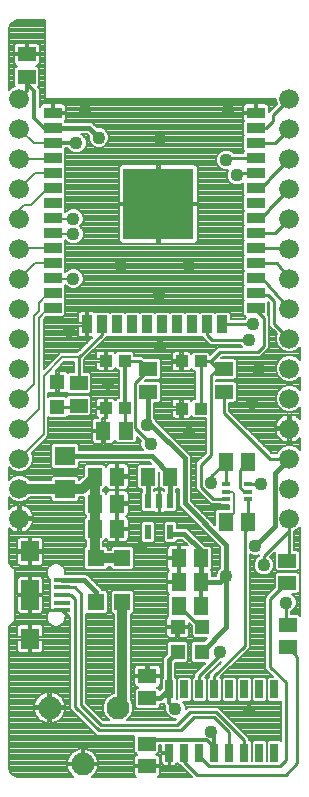
<source format=gtl>
G75*
%MOIN*%
%OFA0B0*%
%FSLAX25Y25*%
%IPPOS*%
%LPD*%
%AMOC8*
5,1,8,0,0,1.08239X$1,22.5*
%
%ADD10R,0.04882X0.05906*%
%ADD11R,0.02165X0.04724*%
%ADD12R,0.04724X0.04724*%
%ADD13R,0.05906X0.04882*%
%ADD14R,0.05906X0.03543*%
%ADD15R,0.03543X0.05906*%
%ADD16R,0.23622X0.23622*%
%ADD17R,0.04724X0.05118*%
%ADD18R,0.03937X0.03937*%
%ADD19R,0.05512X0.05512*%
%ADD20C,0.06600*%
%ADD21R,0.02598X0.01181*%
%ADD22C,0.07677*%
%ADD23R,0.07087X0.06299*%
%ADD24R,0.05709X0.01575*%
%ADD25R,0.05906X0.07087*%
%ADD26R,0.05906X0.09843*%
%ADD27R,0.02500X0.06000*%
%ADD28C,0.04362*%
%ADD29C,0.04165*%
%ADD30C,0.00800*%
%ADD31C,0.01000*%
%ADD32C,0.01200*%
%ADD33C,0.03200*%
%ADD34C,0.01600*%
D10*
X0051230Y0092900D03*
X0051230Y0101400D03*
X0051230Y0110400D03*
X0058710Y0110400D03*
X0058710Y0101400D03*
X0058710Y0092900D03*
X0068955Y0110400D03*
X0076435Y0110400D03*
X0079255Y0083209D03*
X0079255Y0075192D03*
X0079255Y0067400D03*
X0086735Y0067400D03*
X0086735Y0075192D03*
X0086735Y0083209D03*
X0094855Y0095400D03*
X0102335Y0095400D03*
X0102335Y0115400D03*
X0094855Y0115400D03*
X0061585Y0125650D03*
X0054105Y0125650D03*
D11*
X0068955Y0102119D03*
X0072695Y0102119D03*
X0076435Y0102119D03*
X0076435Y0091881D03*
X0068955Y0091881D03*
D12*
X0078861Y0060275D03*
X0087129Y0060275D03*
X0038795Y0133616D03*
X0038795Y0141884D03*
D13*
X0045895Y0141540D03*
X0045895Y0134060D03*
X0069045Y0138660D03*
X0069045Y0146140D03*
X0094345Y0146140D03*
X0094345Y0138660D03*
X0115345Y0082390D03*
X0115345Y0074910D03*
X0115595Y0060890D03*
X0115595Y0053410D03*
X0068795Y0043890D03*
X0068795Y0036410D03*
X0068595Y0021390D03*
X0068595Y0013910D03*
X0028595Y0243660D03*
X0028595Y0251140D03*
D14*
X0037237Y0231585D03*
X0037237Y0226585D03*
X0037237Y0221585D03*
X0037237Y0216585D03*
X0037237Y0211585D03*
X0037237Y0206585D03*
X0037237Y0201585D03*
X0037237Y0196585D03*
X0037237Y0191585D03*
X0037237Y0186585D03*
X0037237Y0181585D03*
X0037237Y0176585D03*
X0037237Y0171585D03*
X0037237Y0166585D03*
X0104953Y0166585D03*
X0104953Y0171585D03*
X0104953Y0176585D03*
X0104953Y0181585D03*
X0104953Y0186585D03*
X0104953Y0191585D03*
X0104953Y0196585D03*
X0104953Y0201585D03*
X0104953Y0206585D03*
X0104953Y0211585D03*
X0104953Y0216585D03*
X0104953Y0221585D03*
X0104953Y0226585D03*
X0104953Y0231585D03*
D15*
X0093654Y0161113D03*
X0088654Y0161113D03*
X0083654Y0161113D03*
X0078654Y0161113D03*
X0073654Y0161113D03*
X0068654Y0161113D03*
X0063654Y0161113D03*
X0058654Y0161113D03*
X0053654Y0161113D03*
X0048654Y0161113D03*
D16*
X0072434Y0201270D03*
D17*
X0078870Y0051950D03*
X0086870Y0051950D03*
D18*
X0086495Y0133026D03*
X0080196Y0133026D03*
X0080196Y0148774D03*
X0086495Y0148774D03*
X0061195Y0149024D03*
X0054896Y0149024D03*
X0054896Y0133276D03*
X0061195Y0133276D03*
D19*
X0060445Y0083183D03*
X0060445Y0068617D03*
X0051570Y0068617D03*
X0051570Y0083183D03*
D20*
X0026095Y0096400D03*
X0026095Y0106400D03*
X0026095Y0116400D03*
X0026095Y0126400D03*
X0026095Y0136400D03*
X0026095Y0146400D03*
X0026095Y0156400D03*
X0026095Y0166400D03*
X0026095Y0176400D03*
X0026095Y0186400D03*
X0026095Y0196400D03*
X0026095Y0206400D03*
X0026095Y0216400D03*
X0026095Y0226400D03*
X0026095Y0236400D03*
X0116095Y0236400D03*
X0116095Y0226400D03*
X0116095Y0216400D03*
X0116095Y0206400D03*
X0116095Y0196400D03*
X0116095Y0186400D03*
X0116095Y0176400D03*
X0116095Y0166400D03*
X0116095Y0156400D03*
X0116095Y0146400D03*
X0116095Y0136400D03*
X0116095Y0126400D03*
X0116095Y0116400D03*
X0116095Y0106400D03*
X0116095Y0096400D03*
D21*
X0102217Y0102841D03*
X0102217Y0105400D03*
X0102217Y0107959D03*
X0094973Y0107959D03*
X0094973Y0105400D03*
X0094973Y0102841D03*
D22*
X0059032Y0033400D03*
X0047221Y0014502D03*
X0036198Y0033400D03*
D23*
X0041395Y0106288D03*
X0041395Y0117312D03*
D24*
X0040423Y0076018D03*
X0040423Y0073459D03*
X0040423Y0070900D03*
X0040423Y0068341D03*
X0040423Y0065782D03*
D25*
X0029695Y0056392D03*
X0029695Y0085408D03*
D26*
X0029695Y0070900D03*
D27*
X0076095Y0039510D03*
X0081095Y0039510D03*
X0086095Y0039510D03*
X0091095Y0039510D03*
X0096095Y0039510D03*
X0101095Y0039510D03*
X0106095Y0039510D03*
X0111095Y0039510D03*
X0111095Y0018290D03*
X0106095Y0018290D03*
X0101095Y0018290D03*
X0096095Y0018290D03*
X0091095Y0018290D03*
X0086095Y0018290D03*
X0081095Y0018290D03*
X0076095Y0018290D03*
D28*
X0078114Y0033006D03*
X0089845Y0025150D03*
X0092970Y0052025D03*
X0095095Y0077400D03*
X0104696Y0087400D03*
X0107595Y0080900D03*
X0115095Y0068400D03*
X0106595Y0107900D03*
X0103595Y0134900D03*
X0105995Y0145900D03*
X0102595Y0156062D03*
X0104114Y0161224D03*
X0082745Y0124775D03*
X0090095Y0108400D03*
X0069845Y0121400D03*
X0068595Y0127650D03*
X0072820Y0153550D03*
X0072595Y0170900D03*
X0082595Y0180900D03*
X0098595Y0210900D03*
X0095095Y0215900D03*
X0095595Y0232400D03*
X0073095Y0222900D03*
X0052595Y0223400D03*
X0048095Y0232400D03*
X0045095Y0221585D03*
X0044095Y0196400D03*
X0044095Y0191238D03*
X0044095Y0176400D03*
X0042595Y0158900D03*
X0060095Y0180900D03*
X0066495Y0086650D03*
D29*
X0055545Y0141400D03*
X0102595Y0032400D03*
D30*
X0023102Y0011900D02*
X0022564Y0013198D01*
X0022495Y0013900D01*
X0022495Y0060320D01*
X0024495Y0062320D01*
X0024495Y0079480D01*
X0023675Y0080300D01*
X0022495Y0081480D01*
X0022495Y0093359D01*
X0022510Y0093338D01*
X0023033Y0092815D01*
X0023632Y0092380D01*
X0024291Y0092044D01*
X0024995Y0091816D01*
X0025695Y0091705D01*
X0025695Y0096000D01*
X0026495Y0096000D01*
X0026495Y0091705D01*
X0027196Y0091816D01*
X0027899Y0092044D01*
X0028558Y0092380D01*
X0029157Y0092815D01*
X0029680Y0093338D01*
X0030115Y0093937D01*
X0030451Y0094596D01*
X0030679Y0095299D01*
X0030790Y0096000D01*
X0026495Y0096000D01*
X0026495Y0096800D01*
X0025695Y0096800D01*
X0025695Y0101095D01*
X0024995Y0100984D01*
X0024291Y0100756D01*
X0023632Y0100420D01*
X0023033Y0099985D01*
X0022510Y0099462D01*
X0022495Y0099441D01*
X0022495Y0103636D01*
X0023546Y0102585D01*
X0025200Y0101900D01*
X0026990Y0101900D01*
X0028644Y0102585D01*
X0029547Y0103488D01*
X0036652Y0103488D01*
X0036652Y0102642D01*
X0037355Y0101939D01*
X0045435Y0101939D01*
X0046138Y0102642D01*
X0046138Y0103488D01*
X0047589Y0103488D01*
X0047589Y0097950D01*
X0048292Y0097247D01*
X0048430Y0097247D01*
X0048430Y0097053D01*
X0048292Y0097053D01*
X0047589Y0096350D01*
X0047589Y0089450D01*
X0048292Y0088747D01*
X0048430Y0088747D01*
X0048430Y0087139D01*
X0048317Y0087139D01*
X0047614Y0086436D01*
X0047614Y0079930D01*
X0048317Y0079228D01*
X0054823Y0079228D01*
X0055526Y0079930D01*
X0055526Y0080383D01*
X0056489Y0080383D01*
X0056489Y0079930D01*
X0057192Y0079228D01*
X0063698Y0079228D01*
X0064401Y0079930D01*
X0064401Y0086436D01*
X0063698Y0087139D01*
X0057192Y0087139D01*
X0056489Y0086436D01*
X0056489Y0085983D01*
X0055526Y0085983D01*
X0055526Y0086436D01*
X0054823Y0087139D01*
X0054030Y0087139D01*
X0054030Y0088747D01*
X0054168Y0088747D01*
X0054871Y0089450D01*
X0054871Y0089757D01*
X0054965Y0089407D01*
X0055149Y0089088D01*
X0055410Y0088827D01*
X0055729Y0088643D01*
X0056085Y0088547D01*
X0058310Y0088547D01*
X0058310Y0092500D01*
X0059110Y0092500D01*
X0059110Y0088547D01*
X0061336Y0088547D01*
X0061692Y0088643D01*
X0062011Y0088827D01*
X0062272Y0089088D01*
X0062456Y0089407D01*
X0062551Y0089763D01*
X0062551Y0092500D01*
X0059110Y0092500D01*
X0059110Y0093300D01*
X0058310Y0093300D01*
X0058310Y0101000D01*
X0059110Y0101000D01*
X0059110Y0097253D01*
X0059110Y0093300D01*
X0062551Y0093300D01*
X0062551Y0096037D01*
X0062456Y0096393D01*
X0062272Y0096712D01*
X0062011Y0096973D01*
X0061704Y0097150D01*
X0062011Y0097327D01*
X0062272Y0097588D01*
X0062456Y0097907D01*
X0062551Y0098263D01*
X0062551Y0101000D01*
X0059110Y0101000D01*
X0059110Y0101800D01*
X0058310Y0101800D01*
X0058310Y0105753D01*
X0056085Y0105753D01*
X0055729Y0105657D01*
X0055410Y0105473D01*
X0055149Y0105212D01*
X0054965Y0104893D01*
X0054871Y0104543D01*
X0054871Y0104850D01*
X0054168Y0105553D01*
X0054030Y0105553D01*
X0054030Y0106247D01*
X0054168Y0106247D01*
X0054871Y0106950D01*
X0054871Y0107257D01*
X0054965Y0106907D01*
X0055149Y0106588D01*
X0055410Y0106327D01*
X0055729Y0106143D01*
X0056085Y0106047D01*
X0058310Y0106047D01*
X0058310Y0110000D01*
X0059110Y0110000D01*
X0059110Y0106047D01*
X0061336Y0106047D01*
X0061692Y0106143D01*
X0062011Y0106327D01*
X0062272Y0106588D01*
X0062456Y0106907D01*
X0062551Y0107263D01*
X0062551Y0110000D01*
X0059110Y0110000D01*
X0059110Y0110800D01*
X0058310Y0110800D01*
X0058310Y0114753D01*
X0056085Y0114753D01*
X0055729Y0114657D01*
X0055410Y0114473D01*
X0055149Y0114212D01*
X0054965Y0113893D01*
X0054871Y0113543D01*
X0054871Y0113850D01*
X0054168Y0114553D01*
X0048292Y0114553D01*
X0047589Y0113850D01*
X0047589Y0110719D01*
X0046138Y0109268D01*
X0046138Y0109935D01*
X0045435Y0110638D01*
X0037355Y0110638D01*
X0036652Y0109935D01*
X0036652Y0109088D01*
X0029771Y0109088D01*
X0028644Y0110215D01*
X0026990Y0110900D01*
X0025200Y0110900D01*
X0023546Y0110215D01*
X0022495Y0109164D01*
X0022495Y0113636D01*
X0023546Y0112585D01*
X0025200Y0111900D01*
X0026990Y0111900D01*
X0028644Y0112585D01*
X0029910Y0113851D01*
X0030595Y0115505D01*
X0030595Y0117295D01*
X0030202Y0118244D01*
X0034858Y0122900D01*
X0035795Y0123837D01*
X0035795Y0130195D01*
X0035936Y0130054D01*
X0041654Y0130054D01*
X0042232Y0130632D01*
X0042445Y0130419D01*
X0049345Y0130419D01*
X0050048Y0131122D01*
X0050048Y0136998D01*
X0049345Y0137701D01*
X0042445Y0137701D01*
X0041789Y0137044D01*
X0041654Y0137178D01*
X0035936Y0137178D01*
X0035795Y0137038D01*
X0035795Y0138273D01*
X0035893Y0138217D01*
X0036249Y0138122D01*
X0038395Y0138122D01*
X0038395Y0141484D01*
X0039195Y0141484D01*
X0039195Y0138122D01*
X0041342Y0138122D01*
X0041698Y0138217D01*
X0041970Y0138374D01*
X0042445Y0137899D01*
X0049345Y0137899D01*
X0050048Y0138602D01*
X0050048Y0144478D01*
X0049345Y0145181D01*
X0047795Y0145181D01*
X0047795Y0149446D01*
X0055309Y0156960D01*
X0055923Y0156960D01*
X0056154Y0157191D01*
X0056385Y0156960D01*
X0060923Y0156960D01*
X0061154Y0157191D01*
X0061385Y0156960D01*
X0065923Y0156960D01*
X0066154Y0157191D01*
X0066385Y0156960D01*
X0070923Y0156960D01*
X0071154Y0157191D01*
X0071385Y0156960D01*
X0075923Y0156960D01*
X0076154Y0157191D01*
X0076385Y0156960D01*
X0080923Y0156960D01*
X0081154Y0157191D01*
X0081385Y0156960D01*
X0085923Y0156960D01*
X0086154Y0157191D01*
X0086385Y0156960D01*
X0086956Y0156960D01*
X0087950Y0155965D01*
X0089553Y0154362D01*
X0099640Y0154362D01*
X0099729Y0154147D01*
X0100276Y0153600D01*
X0092267Y0153600D01*
X0091271Y0152604D01*
X0089663Y0150996D01*
X0089663Y0151240D01*
X0088960Y0151943D01*
X0084029Y0151943D01*
X0083432Y0151346D01*
X0083284Y0151602D01*
X0083024Y0151863D01*
X0082704Y0152047D01*
X0082348Y0152143D01*
X0080595Y0152143D01*
X0080595Y0149174D01*
X0079796Y0149174D01*
X0079796Y0152143D01*
X0078043Y0152143D01*
X0077687Y0152047D01*
X0077367Y0151863D01*
X0077107Y0151602D01*
X0076922Y0151283D01*
X0076827Y0150927D01*
X0076827Y0149174D01*
X0079795Y0149174D01*
X0079795Y0148374D01*
X0076827Y0148374D01*
X0076827Y0146621D01*
X0076922Y0146265D01*
X0077107Y0145946D01*
X0077367Y0145685D01*
X0077687Y0145501D01*
X0078043Y0145406D01*
X0079796Y0145406D01*
X0079796Y0148374D01*
X0080595Y0148374D01*
X0080595Y0145406D01*
X0082348Y0145406D01*
X0082704Y0145501D01*
X0083024Y0145685D01*
X0083284Y0145946D01*
X0083432Y0146202D01*
X0084029Y0145606D01*
X0084795Y0145606D01*
X0084795Y0136194D01*
X0084029Y0136194D01*
X0083432Y0135598D01*
X0083284Y0135854D01*
X0083024Y0136115D01*
X0082704Y0136299D01*
X0082348Y0136394D01*
X0080595Y0136394D01*
X0080595Y0133426D01*
X0079796Y0133426D01*
X0079796Y0136394D01*
X0078043Y0136394D01*
X0077687Y0136299D01*
X0077367Y0136115D01*
X0077107Y0135854D01*
X0076922Y0135535D01*
X0076827Y0135179D01*
X0076827Y0133426D01*
X0079795Y0133426D01*
X0079795Y0132626D01*
X0076827Y0132626D01*
X0076827Y0130873D01*
X0076922Y0130517D01*
X0077107Y0130198D01*
X0077367Y0129937D01*
X0077687Y0129753D01*
X0078043Y0129657D01*
X0079796Y0129657D01*
X0079796Y0132626D01*
X0080595Y0132626D01*
X0080595Y0129657D01*
X0082348Y0129657D01*
X0082704Y0129753D01*
X0083024Y0129937D01*
X0083284Y0130198D01*
X0083432Y0130454D01*
X0084029Y0129857D01*
X0088159Y0129857D01*
X0088159Y0118340D01*
X0084914Y0115095D01*
X0084914Y0106254D01*
X0085895Y0105273D01*
X0085895Y0105196D01*
X0086891Y0104200D01*
X0089950Y0101141D01*
X0093086Y0101141D01*
X0093177Y0101050D01*
X0095995Y0101050D01*
X0095995Y0099553D01*
X0091917Y0099553D01*
X0091214Y0098850D01*
X0091214Y0094213D01*
X0083186Y0102240D01*
X0083186Y0117320D01*
X0082015Y0118491D01*
X0072028Y0128478D01*
X0071830Y0128677D01*
X0088159Y0128677D01*
X0088159Y0129475D02*
X0071499Y0129475D01*
X0071461Y0129565D02*
X0071045Y0129982D01*
X0071045Y0135019D01*
X0072495Y0135019D01*
X0073198Y0135722D01*
X0073198Y0141598D01*
X0072495Y0142301D01*
X0067858Y0142301D01*
X0068056Y0142499D01*
X0072495Y0142499D01*
X0073198Y0143202D01*
X0073198Y0149078D01*
X0072495Y0149781D01*
X0067808Y0149781D01*
X0066865Y0150724D01*
X0064363Y0150724D01*
X0064363Y0151490D01*
X0063660Y0152193D01*
X0058729Y0152193D01*
X0058132Y0151596D01*
X0057984Y0151852D01*
X0057724Y0152113D01*
X0057404Y0152297D01*
X0057048Y0152393D01*
X0055295Y0152393D01*
X0055295Y0149424D01*
X0054496Y0149424D01*
X0054496Y0152393D01*
X0052743Y0152393D01*
X0052387Y0152297D01*
X0052067Y0152113D01*
X0051807Y0151852D01*
X0051622Y0151533D01*
X0051527Y0151177D01*
X0051527Y0149424D01*
X0054495Y0149424D01*
X0054495Y0148624D01*
X0051527Y0148624D01*
X0051527Y0146871D01*
X0051622Y0146515D01*
X0051807Y0146196D01*
X0052067Y0145935D01*
X0052387Y0145751D01*
X0052743Y0145656D01*
X0054496Y0145656D01*
X0054496Y0148624D01*
X0055295Y0148624D01*
X0055295Y0145656D01*
X0057048Y0145656D01*
X0057404Y0145751D01*
X0057724Y0145935D01*
X0057984Y0146196D01*
X0058132Y0146452D01*
X0058729Y0145856D01*
X0059395Y0145856D01*
X0059395Y0136444D01*
X0058729Y0136444D01*
X0058132Y0135848D01*
X0057984Y0136104D01*
X0057724Y0136365D01*
X0057404Y0136549D01*
X0057048Y0136644D01*
X0055295Y0136644D01*
X0055295Y0133676D01*
X0054496Y0133676D01*
X0054496Y0136644D01*
X0052743Y0136644D01*
X0052387Y0136549D01*
X0052067Y0136365D01*
X0051807Y0136104D01*
X0051622Y0135785D01*
X0051527Y0135429D01*
X0051527Y0133676D01*
X0054495Y0133676D01*
X0054495Y0132876D01*
X0051527Y0132876D01*
X0051527Y0131123D01*
X0051622Y0130767D01*
X0051807Y0130448D01*
X0052067Y0130187D01*
X0052387Y0130003D01*
X0051480Y0130003D01*
X0051124Y0129907D01*
X0050804Y0129723D01*
X0050544Y0129462D01*
X0050359Y0129143D01*
X0050264Y0128787D01*
X0050264Y0126050D01*
X0053705Y0126050D01*
X0053705Y0129907D01*
X0054496Y0129907D01*
X0054496Y0132876D01*
X0055295Y0132876D01*
X0055295Y0130003D01*
X0054505Y0130003D01*
X0054505Y0126050D01*
X0053705Y0126050D01*
X0053705Y0125250D01*
X0054505Y0125250D01*
X0054505Y0121297D01*
X0056730Y0121297D01*
X0057086Y0121393D01*
X0057406Y0121577D01*
X0057666Y0121838D01*
X0057851Y0122157D01*
X0057944Y0122507D01*
X0057944Y0122200D01*
X0058647Y0121497D01*
X0064523Y0121497D01*
X0065226Y0122200D01*
X0065226Y0123615D01*
X0066553Y0122288D01*
X0066464Y0122073D01*
X0066464Y0120727D01*
X0066979Y0119485D01*
X0067152Y0119312D01*
X0046138Y0119312D01*
X0046138Y0120958D01*
X0045435Y0121661D01*
X0037355Y0121661D01*
X0036652Y0120958D01*
X0036652Y0113665D01*
X0037355Y0112962D01*
X0045435Y0112962D01*
X0046138Y0113665D01*
X0046138Y0115312D01*
X0069355Y0115312D01*
X0070114Y0114553D01*
X0066017Y0114553D01*
X0065314Y0113850D01*
X0065314Y0106950D01*
X0066017Y0106247D01*
X0066955Y0106247D01*
X0066955Y0105260D01*
X0066672Y0104978D01*
X0066672Y0099259D01*
X0067375Y0098556D01*
X0070535Y0098556D01*
X0070684Y0098705D01*
X0070753Y0098636D01*
X0071072Y0098452D01*
X0071428Y0098356D01*
X0072554Y0098356D01*
X0072554Y0101977D01*
X0072836Y0101977D01*
X0072836Y0098356D01*
X0073962Y0098356D01*
X0074318Y0098452D01*
X0074637Y0098636D01*
X0074707Y0098705D01*
X0074856Y0098556D01*
X0078015Y0098556D01*
X0078718Y0099259D01*
X0078718Y0104978D01*
X0078435Y0105260D01*
X0078435Y0106247D01*
X0079186Y0106247D01*
X0079186Y0100584D01*
X0080358Y0099412D01*
X0092897Y0086873D01*
X0092897Y0079983D01*
X0092229Y0079315D01*
X0091714Y0078073D01*
X0091714Y0077192D01*
X0090376Y0077192D01*
X0090376Y0078642D01*
X0089817Y0079200D01*
X0090376Y0079759D01*
X0090376Y0086659D01*
X0089673Y0087362D01*
X0087962Y0087362D01*
X0081924Y0093400D01*
X0078718Y0093400D01*
X0078718Y0094741D01*
X0078015Y0095444D01*
X0074856Y0095444D01*
X0074153Y0094741D01*
X0074153Y0089022D01*
X0074856Y0088319D01*
X0078015Y0088319D01*
X0078718Y0089022D01*
X0078718Y0089400D01*
X0080267Y0089400D01*
X0082187Y0087480D01*
X0081880Y0087562D01*
X0079655Y0087562D01*
X0079655Y0083609D01*
X0078855Y0083609D01*
X0078855Y0082809D01*
X0079655Y0082809D01*
X0079655Y0079545D01*
X0079655Y0075592D01*
X0078855Y0075592D01*
X0078855Y0082809D01*
X0075414Y0082809D01*
X0075414Y0080072D01*
X0075509Y0079716D01*
X0075694Y0079397D01*
X0075890Y0079200D01*
X0075694Y0079004D01*
X0075509Y0078685D01*
X0075414Y0078329D01*
X0075414Y0075592D01*
X0078855Y0075592D01*
X0078855Y0074792D01*
X0075414Y0074792D01*
X0075414Y0072055D01*
X0075509Y0071699D01*
X0075694Y0071380D01*
X0075919Y0071155D01*
X0075614Y0070850D01*
X0075614Y0063950D01*
X0075746Y0063819D01*
X0075639Y0063757D01*
X0075379Y0063497D01*
X0075194Y0063178D01*
X0075099Y0062822D01*
X0075099Y0060675D01*
X0078461Y0060675D01*
X0078461Y0059875D01*
X0075099Y0059875D01*
X0075099Y0057728D01*
X0075194Y0057372D01*
X0075379Y0057053D01*
X0075639Y0056793D01*
X0075959Y0056608D01*
X0076315Y0056513D01*
X0078461Y0056513D01*
X0078461Y0059875D01*
X0079261Y0059875D01*
X0079261Y0056513D01*
X0081408Y0056513D01*
X0081764Y0056608D01*
X0082083Y0056793D01*
X0082344Y0057053D01*
X0082528Y0057372D01*
X0082623Y0057728D01*
X0082623Y0059875D01*
X0079261Y0059875D01*
X0079261Y0060675D01*
X0082623Y0060675D01*
X0082623Y0061627D01*
X0083567Y0060684D01*
X0083567Y0057416D01*
X0084270Y0056713D01*
X0088805Y0056713D01*
X0087801Y0055709D01*
X0084011Y0055709D01*
X0083308Y0055006D01*
X0083308Y0048894D01*
X0084011Y0048191D01*
X0087982Y0048191D01*
X0084395Y0044604D01*
X0084395Y0043710D01*
X0084348Y0043710D01*
X0083645Y0043007D01*
X0083645Y0036013D01*
X0084348Y0035310D01*
X0087842Y0035310D01*
X0088545Y0036013D01*
X0088545Y0043007D01*
X0088076Y0043477D01*
X0093243Y0048644D01*
X0093435Y0048644D01*
X0089395Y0044604D01*
X0089395Y0043710D01*
X0089348Y0043710D01*
X0088645Y0043007D01*
X0088645Y0036013D01*
X0089348Y0035310D01*
X0092842Y0035310D01*
X0093545Y0036013D01*
X0093545Y0043007D01*
X0093076Y0043477D01*
X0101919Y0052320D01*
X0102915Y0053316D01*
X0102915Y0084478D01*
X0104024Y0084019D01*
X0105369Y0084019D01*
X0105895Y0084237D01*
X0105895Y0083855D01*
X0105680Y0083766D01*
X0104729Y0082815D01*
X0104214Y0081573D01*
X0104214Y0080227D01*
X0104729Y0078985D01*
X0105680Y0078034D01*
X0106923Y0077519D01*
X0108268Y0077519D01*
X0109510Y0078034D01*
X0110461Y0078985D01*
X0110976Y0080227D01*
X0110976Y0081573D01*
X0110461Y0082815D01*
X0109688Y0083589D01*
X0111192Y0085093D01*
X0111192Y0079452D01*
X0111895Y0078749D01*
X0118795Y0078749D01*
X0119498Y0079452D01*
X0119498Y0085328D01*
X0118795Y0086031D01*
X0117795Y0086031D01*
X0117795Y0092233D01*
X0118644Y0092585D01*
X0119695Y0093636D01*
X0119695Y0063881D01*
X0119045Y0064531D01*
X0116795Y0064531D01*
X0116795Y0065444D01*
X0117010Y0065534D01*
X0117961Y0066485D01*
X0118476Y0067727D01*
X0118476Y0069073D01*
X0117961Y0070315D01*
X0117010Y0071266D01*
X0117004Y0071269D01*
X0118795Y0071269D01*
X0119498Y0071972D01*
X0119498Y0077848D01*
X0118795Y0078551D01*
X0111895Y0078551D01*
X0111192Y0077848D01*
X0111192Y0073411D01*
X0108957Y0071176D01*
X0107961Y0070180D01*
X0107961Y0046328D01*
X0108957Y0045333D01*
X0110579Y0043710D01*
X0109348Y0043710D01*
X0108645Y0043007D01*
X0108645Y0036013D01*
X0109348Y0035310D01*
X0112842Y0035310D01*
X0113195Y0035663D01*
X0113195Y0022137D01*
X0112842Y0022490D01*
X0109348Y0022490D01*
X0108645Y0021787D01*
X0108645Y0015690D01*
X0108545Y0015690D01*
X0108545Y0021787D01*
X0107842Y0022490D01*
X0104348Y0022490D01*
X0103645Y0021787D01*
X0103645Y0015690D01*
X0103545Y0015690D01*
X0103545Y0021787D01*
X0102842Y0022490D01*
X0102795Y0022490D01*
X0102795Y0023354D01*
X0092424Y0033725D01*
X0082266Y0033725D01*
X0081495Y0032954D01*
X0081495Y0033679D01*
X0080980Y0034921D01*
X0080591Y0035310D01*
X0082842Y0035310D01*
X0083545Y0036013D01*
X0083545Y0043007D01*
X0082842Y0043710D01*
X0079348Y0043710D01*
X0078645Y0043007D01*
X0078645Y0036387D01*
X0078545Y0036387D01*
X0078545Y0043007D01*
X0078095Y0043457D01*
X0078095Y0048191D01*
X0081729Y0048191D01*
X0082432Y0048894D01*
X0082432Y0055006D01*
X0081729Y0055709D01*
X0076011Y0055709D01*
X0075308Y0055006D01*
X0075308Y0051216D01*
X0075267Y0051175D01*
X0074095Y0050003D01*
X0074095Y0043457D01*
X0073645Y0043007D01*
X0073645Y0039889D01*
X0072948Y0039191D01*
X0072948Y0039348D01*
X0072245Y0040051D01*
X0071938Y0040051D01*
X0072288Y0040145D01*
X0072608Y0040329D01*
X0072868Y0040590D01*
X0073052Y0040909D01*
X0073148Y0041265D01*
X0073148Y0043490D01*
X0069195Y0043490D01*
X0069195Y0044290D01*
X0068395Y0044290D01*
X0068395Y0043490D01*
X0064442Y0043490D01*
X0064442Y0041265D01*
X0064538Y0040909D01*
X0064722Y0040590D01*
X0064983Y0040329D01*
X0065302Y0040145D01*
X0065652Y0040051D01*
X0065345Y0040051D01*
X0064642Y0039348D01*
X0064642Y0033472D01*
X0065345Y0032769D01*
X0072245Y0032769D01*
X0072948Y0033472D01*
X0072948Y0034410D01*
X0073823Y0034410D01*
X0074295Y0034882D01*
X0074295Y0034279D01*
X0074781Y0033794D01*
X0074733Y0033679D01*
X0074733Y0032334D01*
X0075248Y0031091D01*
X0076199Y0030140D01*
X0077441Y0029625D01*
X0078166Y0029625D01*
X0077891Y0029350D01*
X0062108Y0029350D01*
X0063304Y0030546D01*
X0064071Y0032398D01*
X0064071Y0034402D01*
X0063304Y0036254D01*
X0063245Y0036313D01*
X0063245Y0064661D01*
X0063698Y0064661D01*
X0064401Y0065364D01*
X0064401Y0071869D01*
X0063698Y0072572D01*
X0057192Y0072572D01*
X0056489Y0071869D01*
X0056489Y0065364D01*
X0057192Y0064661D01*
X0057645Y0064661D01*
X0057645Y0038279D01*
X0056178Y0037671D01*
X0054761Y0036254D01*
X0053994Y0034402D01*
X0053994Y0032398D01*
X0054761Y0030546D01*
X0055957Y0029350D01*
X0054095Y0029350D01*
X0048400Y0035045D01*
X0048400Y0064661D01*
X0054823Y0064661D01*
X0055526Y0065364D01*
X0055526Y0071869D01*
X0054823Y0072572D01*
X0053570Y0072572D01*
X0053570Y0072828D01*
X0049552Y0076847D01*
X0048380Y0078018D01*
X0041430Y0078018D01*
X0041430Y0078992D01*
X0040962Y0080121D01*
X0040097Y0080986D01*
X0038968Y0081454D01*
X0037745Y0081454D01*
X0036616Y0080986D01*
X0035751Y0080121D01*
X0035283Y0078992D01*
X0035283Y0077769D01*
X0035751Y0076639D01*
X0036369Y0076022D01*
X0036369Y0067291D01*
X0036265Y0067110D01*
X0036169Y0066754D01*
X0036169Y0065782D01*
X0036373Y0065782D01*
X0036372Y0065782D01*
X0036169Y0065782D01*
X0036169Y0065578D01*
X0035751Y0065161D01*
X0035283Y0064031D01*
X0035283Y0062808D01*
X0035751Y0061679D01*
X0036616Y0060814D01*
X0037745Y0060346D01*
X0038968Y0060346D01*
X0040097Y0060814D01*
X0040962Y0061679D01*
X0041430Y0062808D01*
X0041430Y0063594D01*
X0043095Y0063594D01*
X0043095Y0032996D01*
X0052043Y0024048D01*
X0064442Y0024048D01*
X0064442Y0018452D01*
X0065145Y0017749D01*
X0065452Y0017749D01*
X0065102Y0017655D01*
X0064783Y0017471D01*
X0064522Y0017210D01*
X0064338Y0016891D01*
X0064242Y0016535D01*
X0064242Y0014310D01*
X0068195Y0014310D01*
X0068195Y0013510D01*
X0064242Y0013510D01*
X0064242Y0011285D01*
X0064338Y0010929D01*
X0064522Y0010609D01*
X0064783Y0010349D01*
X0064867Y0010300D01*
X0050349Y0010300D01*
X0050634Y0010507D01*
X0051217Y0011090D01*
X0051702Y0011757D01*
X0052076Y0012491D01*
X0052331Y0013276D01*
X0052460Y0014090D01*
X0052460Y0014102D01*
X0047621Y0014102D01*
X0047621Y0014902D01*
X0052460Y0014902D01*
X0052460Y0014915D01*
X0052331Y0015729D01*
X0052076Y0016513D01*
X0051702Y0017248D01*
X0051217Y0017915D01*
X0050634Y0018498D01*
X0049967Y0018983D01*
X0049232Y0019357D01*
X0048448Y0019612D01*
X0047633Y0019741D01*
X0047621Y0019741D01*
X0047621Y0014902D01*
X0046821Y0014902D01*
X0046821Y0014102D01*
X0041983Y0014102D01*
X0041983Y0014090D01*
X0042112Y0013276D01*
X0042366Y0012491D01*
X0042741Y0011757D01*
X0043225Y0011090D01*
X0043808Y0010507D01*
X0044093Y0010300D01*
X0026095Y0010300D01*
X0025393Y0010369D01*
X0024095Y0010907D01*
X0023102Y0011900D01*
X0023021Y0012094D02*
X0042569Y0012094D01*
X0042236Y0012893D02*
X0022691Y0012893D01*
X0022516Y0013691D02*
X0042046Y0013691D01*
X0041983Y0014902D02*
X0046821Y0014902D01*
X0046821Y0019741D01*
X0046809Y0019741D01*
X0045994Y0019612D01*
X0045210Y0019357D01*
X0044476Y0018983D01*
X0043808Y0018498D01*
X0043225Y0017915D01*
X0042741Y0017248D01*
X0042366Y0016513D01*
X0042112Y0015729D01*
X0041983Y0014915D01*
X0041983Y0014902D01*
X0042042Y0015288D02*
X0022495Y0015288D01*
X0022495Y0014490D02*
X0046821Y0014490D01*
X0046821Y0015288D02*
X0047621Y0015288D01*
X0047621Y0014490D02*
X0064242Y0014490D01*
X0064242Y0015288D02*
X0052401Y0015288D01*
X0052215Y0016087D02*
X0064242Y0016087D01*
X0064336Y0016885D02*
X0051886Y0016885D01*
X0051385Y0017684D02*
X0065207Y0017684D01*
X0064442Y0018482D02*
X0050650Y0018482D01*
X0049382Y0019281D02*
X0064442Y0019281D01*
X0064442Y0020079D02*
X0022495Y0020079D01*
X0022495Y0019281D02*
X0045060Y0019281D01*
X0043792Y0018482D02*
X0022495Y0018482D01*
X0022495Y0017684D02*
X0043057Y0017684D01*
X0042556Y0016885D02*
X0022495Y0016885D01*
X0022495Y0016087D02*
X0042228Y0016087D01*
X0043076Y0011296D02*
X0023706Y0011296D01*
X0025084Y0010497D02*
X0043822Y0010497D01*
X0046821Y0016087D02*
X0047621Y0016087D01*
X0047621Y0016885D02*
X0046821Y0016885D01*
X0046821Y0017684D02*
X0047621Y0017684D01*
X0047621Y0018482D02*
X0046821Y0018482D01*
X0046821Y0019281D02*
X0047621Y0019281D01*
X0051221Y0024870D02*
X0022495Y0024870D01*
X0022495Y0024072D02*
X0052019Y0024072D01*
X0050422Y0025669D02*
X0022495Y0025669D01*
X0022495Y0026467D02*
X0049624Y0026467D01*
X0048825Y0027266D02*
X0022495Y0027266D01*
X0022495Y0028064D02*
X0048027Y0028064D01*
X0047228Y0028863D02*
X0038832Y0028863D01*
X0038943Y0028920D02*
X0039610Y0029404D01*
X0040193Y0029987D01*
X0040678Y0030654D01*
X0041052Y0031389D01*
X0041307Y0032173D01*
X0041436Y0032988D01*
X0041436Y0033000D01*
X0036598Y0033000D01*
X0036598Y0033800D01*
X0041436Y0033800D01*
X0041436Y0033812D01*
X0041307Y0034627D01*
X0041052Y0035411D01*
X0040678Y0036146D01*
X0040193Y0036813D01*
X0039610Y0037396D01*
X0038943Y0037880D01*
X0038208Y0038255D01*
X0037424Y0038510D01*
X0036610Y0038639D01*
X0036597Y0038639D01*
X0036597Y0033800D01*
X0035798Y0033800D01*
X0035798Y0038639D01*
X0035785Y0038639D01*
X0034971Y0038510D01*
X0034187Y0038255D01*
X0033452Y0037880D01*
X0032785Y0037396D01*
X0032202Y0036813D01*
X0031717Y0036146D01*
X0031343Y0035411D01*
X0031088Y0034627D01*
X0030959Y0033812D01*
X0030959Y0033800D01*
X0035797Y0033800D01*
X0035797Y0033000D01*
X0030959Y0033000D01*
X0030959Y0032988D01*
X0031088Y0032173D01*
X0031343Y0031389D01*
X0031717Y0030654D01*
X0032202Y0029987D01*
X0032785Y0029404D01*
X0033452Y0028920D01*
X0034187Y0028545D01*
X0034971Y0028290D01*
X0035785Y0028161D01*
X0035798Y0028161D01*
X0035798Y0033000D01*
X0036597Y0033000D01*
X0036597Y0028161D01*
X0036610Y0028161D01*
X0037424Y0028290D01*
X0038208Y0028545D01*
X0038943Y0028920D01*
X0039867Y0029661D02*
X0046430Y0029661D01*
X0045631Y0030460D02*
X0040537Y0030460D01*
X0040986Y0031258D02*
X0044833Y0031258D01*
X0044034Y0032057D02*
X0041269Y0032057D01*
X0041415Y0032855D02*
X0043236Y0032855D01*
X0043095Y0033654D02*
X0036598Y0033654D01*
X0036597Y0034452D02*
X0035798Y0034452D01*
X0035797Y0033654D02*
X0022495Y0033654D01*
X0022495Y0034452D02*
X0031060Y0034452D01*
X0031291Y0035251D02*
X0022495Y0035251D01*
X0022495Y0036049D02*
X0031668Y0036049D01*
X0032237Y0036848D02*
X0022495Y0036848D01*
X0022495Y0037646D02*
X0033130Y0037646D01*
X0034772Y0038445D02*
X0022495Y0038445D01*
X0022495Y0039243D02*
X0043095Y0039243D01*
X0043095Y0038445D02*
X0037623Y0038445D01*
X0036597Y0038445D02*
X0035798Y0038445D01*
X0035798Y0037646D02*
X0036597Y0037646D01*
X0036597Y0036848D02*
X0035798Y0036848D01*
X0035798Y0036049D02*
X0036597Y0036049D01*
X0036597Y0035251D02*
X0035798Y0035251D01*
X0035798Y0032855D02*
X0036597Y0032855D01*
X0036597Y0032057D02*
X0035798Y0032057D01*
X0035798Y0031258D02*
X0036597Y0031258D01*
X0036597Y0030460D02*
X0035798Y0030460D01*
X0035798Y0029661D02*
X0036597Y0029661D01*
X0036597Y0028863D02*
X0035798Y0028863D01*
X0033563Y0028863D02*
X0022495Y0028863D01*
X0022495Y0029661D02*
X0032528Y0029661D01*
X0031858Y0030460D02*
X0022495Y0030460D01*
X0022495Y0031258D02*
X0031409Y0031258D01*
X0031126Y0032057D02*
X0022495Y0032057D01*
X0022495Y0032855D02*
X0030980Y0032855D01*
X0039265Y0037646D02*
X0043095Y0037646D01*
X0043095Y0036848D02*
X0040158Y0036848D01*
X0040727Y0036049D02*
X0043095Y0036049D01*
X0043095Y0035251D02*
X0041104Y0035251D01*
X0041335Y0034452D02*
X0043095Y0034452D01*
X0043095Y0040042D02*
X0022495Y0040042D01*
X0022495Y0040840D02*
X0043095Y0040840D01*
X0043095Y0041639D02*
X0022495Y0041639D01*
X0022495Y0042437D02*
X0043095Y0042437D01*
X0043095Y0043236D02*
X0022495Y0043236D01*
X0022495Y0044034D02*
X0043095Y0044034D01*
X0043095Y0044833D02*
X0022495Y0044833D01*
X0022495Y0045632D02*
X0043095Y0045632D01*
X0043095Y0046430D02*
X0022495Y0046430D01*
X0022495Y0047229D02*
X0043095Y0047229D01*
X0043095Y0048027D02*
X0022495Y0048027D01*
X0022495Y0048826D02*
X0043095Y0048826D01*
X0043095Y0049624D02*
X0022495Y0049624D01*
X0022495Y0050423D02*
X0043095Y0050423D01*
X0043095Y0051221D02*
X0022495Y0051221D01*
X0022495Y0052020D02*
X0025605Y0052020D01*
X0025622Y0051989D02*
X0025883Y0051729D01*
X0026202Y0051544D01*
X0026558Y0051449D01*
X0029295Y0051449D01*
X0029295Y0055992D01*
X0030095Y0055992D01*
X0030095Y0051449D01*
X0032832Y0051449D01*
X0033188Y0051544D01*
X0033508Y0051729D01*
X0033768Y0051989D01*
X0033952Y0052308D01*
X0034048Y0052664D01*
X0034048Y0055992D01*
X0030095Y0055992D01*
X0030095Y0056792D01*
X0029295Y0056792D01*
X0029295Y0055992D01*
X0025342Y0055992D01*
X0025342Y0052664D01*
X0025438Y0052308D01*
X0025622Y0051989D01*
X0025342Y0052818D02*
X0022495Y0052818D01*
X0022495Y0053617D02*
X0025342Y0053617D01*
X0025342Y0054415D02*
X0022495Y0054415D01*
X0022495Y0055214D02*
X0025342Y0055214D01*
X0025342Y0056792D02*
X0025342Y0060120D01*
X0025438Y0060476D01*
X0025622Y0060795D01*
X0025883Y0061056D01*
X0026202Y0061240D01*
X0026558Y0061335D01*
X0029295Y0061335D01*
X0029295Y0056792D01*
X0025342Y0056792D01*
X0025342Y0056811D02*
X0022495Y0056811D01*
X0022495Y0057609D02*
X0025342Y0057609D01*
X0025342Y0058408D02*
X0022495Y0058408D01*
X0022495Y0059206D02*
X0025342Y0059206D01*
X0025342Y0060005D02*
X0022495Y0060005D01*
X0022978Y0060803D02*
X0025630Y0060803D01*
X0024495Y0062400D02*
X0035452Y0062400D01*
X0035283Y0063199D02*
X0024495Y0063199D01*
X0024495Y0063997D02*
X0035283Y0063997D01*
X0035600Y0064796D02*
X0033399Y0064796D01*
X0033508Y0064858D02*
X0033768Y0065119D01*
X0033952Y0065438D01*
X0034048Y0065794D01*
X0034048Y0070500D01*
X0030095Y0070500D01*
X0030095Y0064579D01*
X0032832Y0064579D01*
X0033188Y0064674D01*
X0033508Y0064858D01*
X0033994Y0065594D02*
X0036169Y0065594D01*
X0036169Y0066393D02*
X0034048Y0066393D01*
X0034048Y0067191D02*
X0036312Y0067191D01*
X0036369Y0067990D02*
X0034048Y0067990D01*
X0034048Y0068788D02*
X0036369Y0068788D01*
X0036369Y0069587D02*
X0034048Y0069587D01*
X0034048Y0070385D02*
X0036369Y0070385D01*
X0036369Y0071184D02*
X0030095Y0071184D01*
X0030095Y0071300D02*
X0034048Y0071300D01*
X0034048Y0076006D01*
X0033952Y0076362D01*
X0033768Y0076681D01*
X0033508Y0076942D01*
X0033188Y0077126D01*
X0032832Y0077221D01*
X0030095Y0077221D01*
X0030095Y0071300D01*
X0029295Y0071300D01*
X0029295Y0070500D01*
X0025342Y0070500D01*
X0025342Y0065794D01*
X0025438Y0065438D01*
X0025622Y0065119D01*
X0025883Y0064858D01*
X0026202Y0064674D01*
X0026558Y0064579D01*
X0029295Y0064579D01*
X0029295Y0070500D01*
X0030095Y0070500D01*
X0030095Y0071300D01*
X0030095Y0071982D02*
X0029295Y0071982D01*
X0029295Y0071300D02*
X0029295Y0077221D01*
X0026558Y0077221D01*
X0026202Y0077126D01*
X0025883Y0076942D01*
X0025622Y0076681D01*
X0025438Y0076362D01*
X0025342Y0076006D01*
X0025342Y0071300D01*
X0029295Y0071300D01*
X0029295Y0071184D02*
X0024495Y0071184D01*
X0024495Y0071982D02*
X0025342Y0071982D01*
X0025342Y0072781D02*
X0024495Y0072781D01*
X0024495Y0073579D02*
X0025342Y0073579D01*
X0025342Y0074378D02*
X0024495Y0074378D01*
X0024495Y0075176D02*
X0025342Y0075176D01*
X0025342Y0075975D02*
X0024495Y0075975D01*
X0024495Y0076773D02*
X0025715Y0076773D01*
X0024495Y0077572D02*
X0035365Y0077572D01*
X0035283Y0078370D02*
X0024495Y0078370D01*
X0024495Y0079169D02*
X0035357Y0079169D01*
X0035688Y0079968D02*
X0024008Y0079968D01*
X0023675Y0080300D02*
X0023675Y0080300D01*
X0023209Y0080766D02*
X0025861Y0080766D01*
X0025883Y0080744D02*
X0026202Y0080560D01*
X0026558Y0080465D01*
X0029295Y0080465D01*
X0029295Y0085008D01*
X0025342Y0085008D01*
X0025342Y0081680D01*
X0025438Y0081324D01*
X0025622Y0081005D01*
X0025883Y0080744D01*
X0025373Y0081565D02*
X0022495Y0081565D01*
X0022495Y0082363D02*
X0025342Y0082363D01*
X0025342Y0083162D02*
X0022495Y0083162D01*
X0022495Y0083960D02*
X0025342Y0083960D01*
X0025342Y0084759D02*
X0022495Y0084759D01*
X0022495Y0085557D02*
X0029295Y0085557D01*
X0029295Y0085808D02*
X0029295Y0085008D01*
X0030095Y0085008D01*
X0030095Y0085808D01*
X0029295Y0085808D01*
X0029295Y0090351D01*
X0026558Y0090351D01*
X0026202Y0090256D01*
X0025883Y0090071D01*
X0025622Y0089811D01*
X0025438Y0089492D01*
X0025342Y0089135D01*
X0025342Y0085808D01*
X0029295Y0085808D01*
X0029295Y0086356D02*
X0030095Y0086356D01*
X0030095Y0085808D02*
X0030095Y0090351D01*
X0032832Y0090351D01*
X0033188Y0090256D01*
X0033508Y0090071D01*
X0033768Y0089811D01*
X0033952Y0089492D01*
X0034048Y0089135D01*
X0034048Y0085808D01*
X0030095Y0085808D01*
X0030095Y0085557D02*
X0047614Y0085557D01*
X0047614Y0084759D02*
X0034048Y0084759D01*
X0034048Y0085008D02*
X0030095Y0085008D01*
X0030095Y0080465D01*
X0032832Y0080465D01*
X0033188Y0080560D01*
X0033508Y0080744D01*
X0033768Y0081005D01*
X0033952Y0081324D01*
X0034048Y0081680D01*
X0034048Y0085008D01*
X0034048Y0083960D02*
X0047614Y0083960D01*
X0047614Y0083162D02*
X0034048Y0083162D01*
X0034048Y0082363D02*
X0047614Y0082363D01*
X0047614Y0081565D02*
X0034017Y0081565D01*
X0033529Y0080766D02*
X0036396Y0080766D01*
X0035696Y0076773D02*
X0033676Y0076773D01*
X0034048Y0075975D02*
X0036369Y0075975D01*
X0036369Y0075176D02*
X0034048Y0075176D01*
X0034048Y0074378D02*
X0036369Y0074378D01*
X0036369Y0073579D02*
X0034048Y0073579D01*
X0034048Y0072781D02*
X0036369Y0072781D01*
X0036369Y0071982D02*
X0034048Y0071982D01*
X0030095Y0072781D02*
X0029295Y0072781D01*
X0029295Y0073579D02*
X0030095Y0073579D01*
X0030095Y0074378D02*
X0029295Y0074378D01*
X0029295Y0075176D02*
X0030095Y0075176D01*
X0030095Y0075975D02*
X0029295Y0075975D01*
X0029295Y0076773D02*
X0030095Y0076773D01*
X0030095Y0080766D02*
X0029295Y0080766D01*
X0029295Y0081565D02*
X0030095Y0081565D01*
X0030095Y0082363D02*
X0029295Y0082363D01*
X0029295Y0083162D02*
X0030095Y0083162D01*
X0030095Y0083960D02*
X0029295Y0083960D01*
X0029295Y0084759D02*
X0030095Y0084759D01*
X0030095Y0087154D02*
X0029295Y0087154D01*
X0029295Y0087953D02*
X0030095Y0087953D01*
X0030095Y0088751D02*
X0029295Y0088751D01*
X0029295Y0089550D02*
X0030095Y0089550D01*
X0030095Y0090348D02*
X0029295Y0090348D01*
X0027594Y0091945D02*
X0047589Y0091945D01*
X0047589Y0091147D02*
X0022495Y0091147D01*
X0022495Y0091945D02*
X0024596Y0091945D01*
X0025695Y0091945D02*
X0026495Y0091945D01*
X0026495Y0092744D02*
X0025695Y0092744D01*
X0025695Y0093542D02*
X0026495Y0093542D01*
X0026495Y0094341D02*
X0025695Y0094341D01*
X0025695Y0095139D02*
X0026495Y0095139D01*
X0026495Y0095938D02*
X0025695Y0095938D01*
X0026495Y0096736D02*
X0047975Y0096736D01*
X0048004Y0097535D02*
X0030668Y0097535D01*
X0030679Y0097501D02*
X0030451Y0098204D01*
X0030115Y0098863D01*
X0029680Y0099462D01*
X0029157Y0099985D01*
X0028558Y0100420D01*
X0027899Y0100756D01*
X0027196Y0100984D01*
X0026495Y0101095D01*
X0026495Y0096800D01*
X0030790Y0096800D01*
X0030679Y0097501D01*
X0030385Y0098333D02*
X0047589Y0098333D01*
X0047589Y0099132D02*
X0029920Y0099132D01*
X0029212Y0099930D02*
X0047589Y0099930D01*
X0047589Y0100729D02*
X0027952Y0100729D01*
X0026495Y0100729D02*
X0025695Y0100729D01*
X0025695Y0099930D02*
X0026495Y0099930D01*
X0026495Y0099132D02*
X0025695Y0099132D01*
X0025695Y0098333D02*
X0026495Y0098333D01*
X0026495Y0097535D02*
X0025695Y0097535D01*
X0024238Y0100729D02*
X0022495Y0100729D01*
X0022495Y0101527D02*
X0047589Y0101527D01*
X0047589Y0102326D02*
X0045823Y0102326D01*
X0046138Y0103124D02*
X0047589Y0103124D01*
X0047589Y0095938D02*
X0030780Y0095938D01*
X0030627Y0095139D02*
X0047589Y0095139D01*
X0047589Y0094341D02*
X0030321Y0094341D01*
X0029828Y0093542D02*
X0047589Y0093542D01*
X0047589Y0092744D02*
X0029059Y0092744D01*
X0026547Y0090348D02*
X0022495Y0090348D01*
X0022495Y0089550D02*
X0025471Y0089550D01*
X0025342Y0088751D02*
X0022495Y0088751D01*
X0022495Y0087953D02*
X0025342Y0087953D01*
X0025342Y0087154D02*
X0022495Y0087154D01*
X0022495Y0086356D02*
X0025342Y0086356D01*
X0023131Y0092744D02*
X0022495Y0092744D01*
X0022495Y0099930D02*
X0022979Y0099930D01*
X0022495Y0102326D02*
X0024172Y0102326D01*
X0023007Y0103124D02*
X0022495Y0103124D01*
X0022495Y0109512D02*
X0022844Y0109512D01*
X0022495Y0110311D02*
X0023778Y0110311D01*
X0022495Y0111109D02*
X0047589Y0111109D01*
X0047589Y0111908D02*
X0027009Y0111908D01*
X0028766Y0112706D02*
X0047589Y0112706D01*
X0047589Y0113505D02*
X0045978Y0113505D01*
X0046138Y0114303D02*
X0048043Y0114303D01*
X0047181Y0110311D02*
X0045762Y0110311D01*
X0046138Y0109512D02*
X0046383Y0109512D01*
X0046138Y0115102D02*
X0069565Y0115102D01*
X0072596Y0112071D02*
X0072794Y0111872D01*
X0072794Y0106950D01*
X0073497Y0106247D01*
X0074435Y0106247D01*
X0074435Y0105718D01*
X0074318Y0105785D01*
X0073962Y0105881D01*
X0072836Y0105881D01*
X0072836Y0102260D01*
X0072554Y0102260D01*
X0072554Y0105881D01*
X0071428Y0105881D01*
X0071072Y0105785D01*
X0070955Y0105718D01*
X0070955Y0106247D01*
X0071893Y0106247D01*
X0072596Y0106950D01*
X0072596Y0112071D01*
X0072596Y0111908D02*
X0072759Y0111908D01*
X0072794Y0111109D02*
X0072596Y0111109D01*
X0072596Y0110311D02*
X0072794Y0110311D01*
X0072794Y0109512D02*
X0072596Y0109512D01*
X0072596Y0108714D02*
X0072794Y0108714D01*
X0072794Y0107915D02*
X0072596Y0107915D01*
X0072596Y0107117D02*
X0072794Y0107117D01*
X0073426Y0106318D02*
X0071964Y0106318D01*
X0072554Y0105520D02*
X0072836Y0105520D01*
X0072836Y0104721D02*
X0072554Y0104721D01*
X0072554Y0103923D02*
X0072836Y0103923D01*
X0072836Y0103124D02*
X0072554Y0103124D01*
X0072554Y0102326D02*
X0072836Y0102326D01*
X0072836Y0101527D02*
X0072554Y0101527D01*
X0072554Y0100729D02*
X0072836Y0100729D01*
X0072836Y0099930D02*
X0072554Y0099930D01*
X0072554Y0099132D02*
X0072836Y0099132D01*
X0074551Y0095139D02*
X0070839Y0095139D01*
X0070535Y0095444D02*
X0067375Y0095444D01*
X0066672Y0094741D01*
X0066672Y0089022D01*
X0067375Y0088319D01*
X0070535Y0088319D01*
X0071238Y0089022D01*
X0071238Y0094741D01*
X0070535Y0095444D01*
X0071238Y0094341D02*
X0074153Y0094341D01*
X0074153Y0093542D02*
X0071238Y0093542D01*
X0071238Y0092744D02*
X0074153Y0092744D01*
X0074153Y0091945D02*
X0071238Y0091945D01*
X0071238Y0091147D02*
X0074153Y0091147D01*
X0074153Y0090348D02*
X0071238Y0090348D01*
X0071238Y0089550D02*
X0074153Y0089550D01*
X0074424Y0088751D02*
X0070967Y0088751D01*
X0066943Y0088751D02*
X0061879Y0088751D01*
X0062494Y0089550D02*
X0066672Y0089550D01*
X0066672Y0090348D02*
X0062551Y0090348D01*
X0062551Y0091147D02*
X0066672Y0091147D01*
X0066672Y0091945D02*
X0062551Y0091945D01*
X0062551Y0093542D02*
X0066672Y0093542D01*
X0066672Y0092744D02*
X0059110Y0092744D01*
X0059110Y0093542D02*
X0058310Y0093542D01*
X0058310Y0094341D02*
X0059110Y0094341D01*
X0059110Y0095139D02*
X0058310Y0095139D01*
X0058310Y0095938D02*
X0059110Y0095938D01*
X0059110Y0096736D02*
X0058310Y0096736D01*
X0058310Y0097535D02*
X0059110Y0097535D01*
X0059110Y0098333D02*
X0058310Y0098333D01*
X0058310Y0099132D02*
X0059110Y0099132D01*
X0059110Y0099930D02*
X0058310Y0099930D01*
X0058310Y0100729D02*
X0059110Y0100729D01*
X0059110Y0101527D02*
X0066672Y0101527D01*
X0066672Y0100729D02*
X0062551Y0100729D01*
X0062551Y0099930D02*
X0066672Y0099930D01*
X0066800Y0099132D02*
X0062551Y0099132D01*
X0062551Y0098333D02*
X0081437Y0098333D01*
X0082235Y0097535D02*
X0062219Y0097535D01*
X0062248Y0096736D02*
X0083034Y0096736D01*
X0083832Y0095938D02*
X0062551Y0095938D01*
X0062551Y0095139D02*
X0067071Y0095139D01*
X0066672Y0094341D02*
X0062551Y0094341D01*
X0059110Y0091945D02*
X0058310Y0091945D01*
X0058310Y0091147D02*
X0059110Y0091147D01*
X0059110Y0090348D02*
X0058310Y0090348D01*
X0058310Y0089550D02*
X0059110Y0089550D01*
X0059110Y0088751D02*
X0058310Y0088751D01*
X0056489Y0086356D02*
X0055526Y0086356D01*
X0054030Y0087154D02*
X0075826Y0087154D01*
X0075954Y0087282D02*
X0075694Y0087021D01*
X0075509Y0086702D01*
X0075414Y0086346D01*
X0075414Y0083609D01*
X0078855Y0083609D01*
X0078855Y0087562D01*
X0076630Y0087562D01*
X0076274Y0087466D01*
X0075954Y0087282D01*
X0075417Y0086356D02*
X0064401Y0086356D01*
X0064401Y0085557D02*
X0075414Y0085557D01*
X0075414Y0084759D02*
X0064401Y0084759D01*
X0064401Y0083960D02*
X0075414Y0083960D01*
X0075414Y0082363D02*
X0064401Y0082363D01*
X0064401Y0081565D02*
X0075414Y0081565D01*
X0075414Y0080766D02*
X0064401Y0080766D01*
X0064401Y0079968D02*
X0075442Y0079968D01*
X0075858Y0079169D02*
X0041356Y0079169D01*
X0041430Y0078370D02*
X0075425Y0078370D01*
X0075414Y0077572D02*
X0048826Y0077572D01*
X0049625Y0076773D02*
X0075414Y0076773D01*
X0075414Y0075975D02*
X0050423Y0075975D01*
X0051222Y0075176D02*
X0078855Y0075176D01*
X0078855Y0075975D02*
X0079655Y0075975D01*
X0079655Y0076773D02*
X0078855Y0076773D01*
X0078855Y0077572D02*
X0079655Y0077572D01*
X0079655Y0078370D02*
X0078855Y0078370D01*
X0078855Y0079169D02*
X0079655Y0079169D01*
X0079655Y0079968D02*
X0078855Y0079968D01*
X0078855Y0080766D02*
X0079655Y0080766D01*
X0079655Y0081565D02*
X0078855Y0081565D01*
X0078855Y0082363D02*
X0079655Y0082363D01*
X0078855Y0083162D02*
X0064401Y0083162D01*
X0064288Y0071982D02*
X0075433Y0071982D01*
X0075414Y0072781D02*
X0053570Y0072781D01*
X0052819Y0073579D02*
X0075414Y0073579D01*
X0075414Y0074378D02*
X0052020Y0074378D01*
X0055413Y0071982D02*
X0056602Y0071982D01*
X0056489Y0071184D02*
X0055526Y0071184D01*
X0055526Y0070385D02*
X0056489Y0070385D01*
X0056489Y0069587D02*
X0055526Y0069587D01*
X0055526Y0068788D02*
X0056489Y0068788D01*
X0056489Y0067990D02*
X0055526Y0067990D01*
X0055526Y0067191D02*
X0056489Y0067191D01*
X0056489Y0066393D02*
X0055526Y0066393D01*
X0055526Y0065594D02*
X0056489Y0065594D01*
X0057057Y0064796D02*
X0054958Y0064796D01*
X0057645Y0063997D02*
X0048400Y0063997D01*
X0048400Y0063199D02*
X0057645Y0063199D01*
X0057645Y0062400D02*
X0048400Y0062400D01*
X0048400Y0061602D02*
X0057645Y0061602D01*
X0057645Y0060803D02*
X0048400Y0060803D01*
X0048400Y0060005D02*
X0057645Y0060005D01*
X0057645Y0059206D02*
X0048400Y0059206D01*
X0048400Y0058408D02*
X0057645Y0058408D01*
X0057645Y0057609D02*
X0048400Y0057609D01*
X0048400Y0056811D02*
X0057645Y0056811D01*
X0057645Y0056012D02*
X0048400Y0056012D01*
X0048400Y0055214D02*
X0057645Y0055214D01*
X0057645Y0054415D02*
X0048400Y0054415D01*
X0048400Y0053617D02*
X0057645Y0053617D01*
X0057645Y0052818D02*
X0048400Y0052818D01*
X0048400Y0052020D02*
X0057645Y0052020D01*
X0057645Y0051221D02*
X0048400Y0051221D01*
X0048400Y0050423D02*
X0057645Y0050423D01*
X0057645Y0049624D02*
X0048400Y0049624D01*
X0048400Y0048826D02*
X0057645Y0048826D01*
X0057645Y0048027D02*
X0048400Y0048027D01*
X0048400Y0047229D02*
X0057645Y0047229D01*
X0057645Y0046430D02*
X0048400Y0046430D01*
X0048400Y0045632D02*
X0057645Y0045632D01*
X0057645Y0044833D02*
X0048400Y0044833D01*
X0048400Y0044034D02*
X0057645Y0044034D01*
X0057645Y0043236D02*
X0048400Y0043236D01*
X0048400Y0042437D02*
X0057645Y0042437D01*
X0057645Y0041639D02*
X0048400Y0041639D01*
X0048400Y0040840D02*
X0057645Y0040840D01*
X0057645Y0040042D02*
X0048400Y0040042D01*
X0048400Y0039243D02*
X0057645Y0039243D01*
X0057645Y0038445D02*
X0048400Y0038445D01*
X0048400Y0037646D02*
X0056153Y0037646D01*
X0055354Y0036848D02*
X0048400Y0036848D01*
X0048400Y0036049D02*
X0054676Y0036049D01*
X0054345Y0035251D02*
X0048400Y0035251D01*
X0048993Y0034452D02*
X0054014Y0034452D01*
X0053994Y0033654D02*
X0049791Y0033654D01*
X0050590Y0032855D02*
X0053994Y0032855D01*
X0054135Y0032057D02*
X0051388Y0032057D01*
X0052187Y0031258D02*
X0054466Y0031258D01*
X0054847Y0030460D02*
X0052985Y0030460D01*
X0053784Y0029661D02*
X0055645Y0029661D01*
X0062419Y0029661D02*
X0077354Y0029661D01*
X0075879Y0030460D02*
X0063218Y0030460D01*
X0063599Y0031258D02*
X0075178Y0031258D01*
X0074848Y0032057D02*
X0063930Y0032057D01*
X0064071Y0032855D02*
X0065259Y0032855D01*
X0064642Y0033654D02*
X0064071Y0033654D01*
X0064050Y0034452D02*
X0064642Y0034452D01*
X0064642Y0035251D02*
X0063719Y0035251D01*
X0063388Y0036049D02*
X0064642Y0036049D01*
X0064642Y0036848D02*
X0063245Y0036848D01*
X0063245Y0037646D02*
X0064642Y0037646D01*
X0064642Y0038445D02*
X0063245Y0038445D01*
X0063245Y0039243D02*
X0064642Y0039243D01*
X0065336Y0040042D02*
X0063245Y0040042D01*
X0063245Y0040840D02*
X0064577Y0040840D01*
X0064442Y0041639D02*
X0063245Y0041639D01*
X0063245Y0042437D02*
X0064442Y0042437D01*
X0064442Y0043236D02*
X0063245Y0043236D01*
X0063245Y0044034D02*
X0068395Y0044034D01*
X0068395Y0044290D02*
X0064442Y0044290D01*
X0064442Y0046515D01*
X0064538Y0046871D01*
X0064722Y0047191D01*
X0064983Y0047451D01*
X0065302Y0047636D01*
X0065658Y0047731D01*
X0068395Y0047731D01*
X0068395Y0044290D01*
X0068395Y0044833D02*
X0069195Y0044833D01*
X0069195Y0044290D02*
X0069195Y0047731D01*
X0071932Y0047731D01*
X0072288Y0047636D01*
X0072608Y0047451D01*
X0072868Y0047191D01*
X0073052Y0046871D01*
X0073148Y0046515D01*
X0073148Y0044290D01*
X0069195Y0044290D01*
X0069195Y0044034D02*
X0074095Y0044034D01*
X0074095Y0044833D02*
X0073148Y0044833D01*
X0073148Y0045632D02*
X0074095Y0045632D01*
X0074095Y0046430D02*
X0073148Y0046430D01*
X0072830Y0047229D02*
X0074095Y0047229D01*
X0074095Y0048027D02*
X0063245Y0048027D01*
X0063245Y0047229D02*
X0064760Y0047229D01*
X0064442Y0046430D02*
X0063245Y0046430D01*
X0063245Y0045632D02*
X0064442Y0045632D01*
X0064442Y0044833D02*
X0063245Y0044833D01*
X0063245Y0048826D02*
X0074095Y0048826D01*
X0074095Y0049624D02*
X0063245Y0049624D01*
X0063245Y0050423D02*
X0074514Y0050423D01*
X0075308Y0051221D02*
X0063245Y0051221D01*
X0063245Y0052020D02*
X0075308Y0052020D01*
X0075308Y0052818D02*
X0063245Y0052818D01*
X0063245Y0053617D02*
X0075308Y0053617D01*
X0075308Y0054415D02*
X0063245Y0054415D01*
X0063245Y0055214D02*
X0075515Y0055214D01*
X0075621Y0056811D02*
X0063245Y0056811D01*
X0063245Y0057609D02*
X0075131Y0057609D01*
X0075099Y0058408D02*
X0063245Y0058408D01*
X0063245Y0059206D02*
X0075099Y0059206D01*
X0075099Y0060803D02*
X0063245Y0060803D01*
X0063245Y0060005D02*
X0078461Y0060005D01*
X0078461Y0059206D02*
X0079261Y0059206D01*
X0079261Y0058408D02*
X0078461Y0058408D01*
X0078461Y0057609D02*
X0079261Y0057609D01*
X0079261Y0056811D02*
X0078461Y0056811D01*
X0079261Y0060005D02*
X0083567Y0060005D01*
X0083567Y0059206D02*
X0082623Y0059206D01*
X0082623Y0058408D02*
X0083567Y0058408D01*
X0083567Y0057609D02*
X0082592Y0057609D01*
X0082101Y0056811D02*
X0084172Y0056811D01*
X0083515Y0055214D02*
X0082225Y0055214D01*
X0082432Y0054415D02*
X0083308Y0054415D01*
X0083308Y0053617D02*
X0082432Y0053617D01*
X0082432Y0052818D02*
X0083308Y0052818D01*
X0083308Y0052020D02*
X0082432Y0052020D01*
X0082432Y0051221D02*
X0083308Y0051221D01*
X0083308Y0050423D02*
X0082432Y0050423D01*
X0082432Y0049624D02*
X0083308Y0049624D01*
X0083376Y0048826D02*
X0082364Y0048826D01*
X0084624Y0044833D02*
X0078095Y0044833D01*
X0078095Y0044034D02*
X0084395Y0044034D01*
X0083874Y0043236D02*
X0083316Y0043236D01*
X0083545Y0042437D02*
X0083645Y0042437D01*
X0083645Y0041639D02*
X0083545Y0041639D01*
X0083545Y0040840D02*
X0083645Y0040840D01*
X0083645Y0040042D02*
X0083545Y0040042D01*
X0083545Y0039243D02*
X0083645Y0039243D01*
X0083645Y0038445D02*
X0083545Y0038445D01*
X0083545Y0037646D02*
X0083645Y0037646D01*
X0083645Y0036848D02*
X0083545Y0036848D01*
X0083545Y0036049D02*
X0083645Y0036049D01*
X0082195Y0033654D02*
X0081495Y0033654D01*
X0081175Y0034452D02*
X0113195Y0034452D01*
X0113195Y0033654D02*
X0092495Y0033654D01*
X0093294Y0032855D02*
X0113195Y0032855D01*
X0113195Y0032057D02*
X0094092Y0032057D01*
X0094891Y0031258D02*
X0113195Y0031258D01*
X0113195Y0030460D02*
X0095689Y0030460D01*
X0096488Y0029661D02*
X0113195Y0029661D01*
X0113195Y0028863D02*
X0097287Y0028863D01*
X0098085Y0028064D02*
X0113195Y0028064D01*
X0113195Y0027266D02*
X0098884Y0027266D01*
X0099682Y0026467D02*
X0113195Y0026467D01*
X0113195Y0025669D02*
X0100481Y0025669D01*
X0101279Y0024870D02*
X0113195Y0024870D01*
X0113195Y0024072D02*
X0102078Y0024072D01*
X0102795Y0023273D02*
X0113195Y0023273D01*
X0113195Y0022475D02*
X0112857Y0022475D01*
X0109333Y0022475D02*
X0107857Y0022475D01*
X0108545Y0021676D02*
X0108645Y0021676D01*
X0108645Y0020878D02*
X0108545Y0020878D01*
X0108545Y0020079D02*
X0108645Y0020079D01*
X0108645Y0019281D02*
X0108545Y0019281D01*
X0108545Y0018482D02*
X0108645Y0018482D01*
X0108645Y0017684D02*
X0108545Y0017684D01*
X0108545Y0016885D02*
X0108645Y0016885D01*
X0108645Y0016087D02*
X0108545Y0016087D01*
X0103645Y0016087D02*
X0103545Y0016087D01*
X0103545Y0016885D02*
X0103645Y0016885D01*
X0103645Y0017684D02*
X0103545Y0017684D01*
X0103545Y0018482D02*
X0103645Y0018482D01*
X0103645Y0019281D02*
X0103545Y0019281D01*
X0103545Y0020079D02*
X0103645Y0020079D01*
X0103645Y0020878D02*
X0103545Y0020878D01*
X0103545Y0021676D02*
X0103645Y0021676D01*
X0104333Y0022475D02*
X0102857Y0022475D01*
X0102842Y0035310D02*
X0099348Y0035310D01*
X0098645Y0036013D01*
X0098645Y0043007D01*
X0099348Y0043710D01*
X0102842Y0043710D01*
X0103545Y0043007D01*
X0103545Y0036013D01*
X0102842Y0035310D01*
X0103545Y0036049D02*
X0103645Y0036049D01*
X0103645Y0036013D02*
X0104348Y0035310D01*
X0107842Y0035310D01*
X0108545Y0036013D01*
X0108545Y0043007D01*
X0107842Y0043710D01*
X0104348Y0043710D01*
X0103645Y0043007D01*
X0103645Y0036013D01*
X0103645Y0036848D02*
X0103545Y0036848D01*
X0103545Y0037646D02*
X0103645Y0037646D01*
X0103645Y0038445D02*
X0103545Y0038445D01*
X0103545Y0039243D02*
X0103645Y0039243D01*
X0103645Y0040042D02*
X0103545Y0040042D01*
X0103545Y0040840D02*
X0103645Y0040840D01*
X0103645Y0041639D02*
X0103545Y0041639D01*
X0103545Y0042437D02*
X0103645Y0042437D01*
X0103874Y0043236D02*
X0103316Y0043236D01*
X0100022Y0050423D02*
X0107961Y0050423D01*
X0107961Y0051221D02*
X0100820Y0051221D01*
X0101619Y0052020D02*
X0107961Y0052020D01*
X0107961Y0052818D02*
X0102417Y0052818D01*
X0102915Y0053617D02*
X0107961Y0053617D01*
X0107961Y0054415D02*
X0102915Y0054415D01*
X0102915Y0055214D02*
X0107961Y0055214D01*
X0107961Y0056012D02*
X0102915Y0056012D01*
X0102915Y0056811D02*
X0107961Y0056811D01*
X0107961Y0057609D02*
X0102915Y0057609D01*
X0102915Y0058408D02*
X0107961Y0058408D01*
X0107961Y0059206D02*
X0102915Y0059206D01*
X0102915Y0060005D02*
X0107961Y0060005D01*
X0107961Y0060803D02*
X0102915Y0060803D01*
X0102915Y0061602D02*
X0107961Y0061602D01*
X0107961Y0062400D02*
X0102915Y0062400D01*
X0102915Y0063199D02*
X0107961Y0063199D01*
X0107961Y0063997D02*
X0102915Y0063997D01*
X0102915Y0064796D02*
X0107961Y0064796D01*
X0107961Y0065594D02*
X0102915Y0065594D01*
X0102915Y0066393D02*
X0107961Y0066393D01*
X0107961Y0067191D02*
X0102915Y0067191D01*
X0102915Y0067990D02*
X0107961Y0067990D01*
X0107961Y0068788D02*
X0102915Y0068788D01*
X0102915Y0069587D02*
X0107961Y0069587D01*
X0108167Y0070385D02*
X0102915Y0070385D01*
X0102915Y0071184D02*
X0108965Y0071184D01*
X0109764Y0071982D02*
X0102915Y0071982D01*
X0102915Y0072781D02*
X0110562Y0072781D01*
X0111192Y0073579D02*
X0102915Y0073579D01*
X0102915Y0074378D02*
X0111192Y0074378D01*
X0111192Y0075176D02*
X0102915Y0075176D01*
X0102915Y0075975D02*
X0111192Y0075975D01*
X0111192Y0076773D02*
X0102915Y0076773D01*
X0102915Y0077572D02*
X0106794Y0077572D01*
X0108396Y0077572D02*
X0111192Y0077572D01*
X0111715Y0078370D02*
X0109847Y0078370D01*
X0110538Y0079169D02*
X0111476Y0079169D01*
X0111192Y0079968D02*
X0110869Y0079968D01*
X0110976Y0080766D02*
X0111192Y0080766D01*
X0111192Y0081565D02*
X0110976Y0081565D01*
X0111192Y0082363D02*
X0110649Y0082363D01*
X0110115Y0083162D02*
X0111192Y0083162D01*
X0111192Y0083960D02*
X0110059Y0083960D01*
X0110858Y0084759D02*
X0111192Y0084759D01*
X0105895Y0083960D02*
X0102915Y0083960D01*
X0102915Y0083162D02*
X0105075Y0083162D01*
X0104541Y0082363D02*
X0102915Y0082363D01*
X0102915Y0081565D02*
X0104214Y0081565D01*
X0104214Y0080766D02*
X0102915Y0080766D01*
X0102915Y0079968D02*
X0104322Y0079968D01*
X0104652Y0079169D02*
X0102915Y0079169D01*
X0102915Y0078370D02*
X0105343Y0078370D01*
X0094855Y0095400D02*
X0097595Y0098140D01*
X0097595Y0104900D01*
X0097095Y0105400D01*
X0094973Y0105400D01*
X0095995Y0100729D02*
X0084698Y0100729D01*
X0083900Y0101527D02*
X0089564Y0101527D01*
X0088765Y0102326D02*
X0083186Y0102326D01*
X0083186Y0103124D02*
X0087967Y0103124D01*
X0087168Y0103923D02*
X0083186Y0103923D01*
X0083186Y0104721D02*
X0086370Y0104721D01*
X0085648Y0105520D02*
X0083186Y0105520D01*
X0083186Y0106318D02*
X0084914Y0106318D01*
X0084914Y0107117D02*
X0083186Y0107117D01*
X0083186Y0107915D02*
X0084914Y0107915D01*
X0084914Y0108714D02*
X0083186Y0108714D01*
X0083186Y0109512D02*
X0084914Y0109512D01*
X0084914Y0110311D02*
X0083186Y0110311D01*
X0083186Y0111109D02*
X0084914Y0111109D01*
X0084914Y0111908D02*
X0083186Y0111908D01*
X0083186Y0112706D02*
X0084914Y0112706D01*
X0084914Y0113505D02*
X0083186Y0113505D01*
X0083186Y0114303D02*
X0084914Y0114303D01*
X0084921Y0115102D02*
X0083186Y0115102D01*
X0083186Y0115901D02*
X0085719Y0115901D01*
X0086518Y0116699D02*
X0083186Y0116699D01*
X0083009Y0117498D02*
X0087316Y0117498D01*
X0088115Y0118296D02*
X0082210Y0118296D01*
X0081412Y0119095D02*
X0088159Y0119095D01*
X0088159Y0119893D02*
X0080613Y0119893D01*
X0079815Y0120692D02*
X0088159Y0120692D01*
X0088159Y0121490D02*
X0079016Y0121490D01*
X0078218Y0122289D02*
X0088159Y0122289D01*
X0088159Y0123087D02*
X0077419Y0123087D01*
X0076621Y0123886D02*
X0088159Y0123886D01*
X0088159Y0124684D02*
X0075822Y0124684D01*
X0075024Y0125483D02*
X0088159Y0125483D01*
X0088159Y0126281D02*
X0074225Y0126281D01*
X0073427Y0127080D02*
X0088159Y0127080D01*
X0088159Y0127878D02*
X0072628Y0127878D01*
X0071830Y0128677D02*
X0071461Y0129565D01*
X0071045Y0130274D02*
X0077063Y0130274D01*
X0076827Y0131072D02*
X0071045Y0131072D01*
X0071045Y0131871D02*
X0076827Y0131871D01*
X0076827Y0133468D02*
X0071045Y0133468D01*
X0071045Y0134266D02*
X0076827Y0134266D01*
X0076827Y0135065D02*
X0072541Y0135065D01*
X0073198Y0135863D02*
X0077116Y0135863D01*
X0079796Y0135863D02*
X0080595Y0135863D01*
X0080595Y0135065D02*
X0079796Y0135065D01*
X0079796Y0134266D02*
X0080595Y0134266D01*
X0080595Y0133468D02*
X0079796Y0133468D01*
X0079795Y0132669D02*
X0071045Y0132669D01*
X0073198Y0136662D02*
X0084795Y0136662D01*
X0084795Y0137460D02*
X0073198Y0137460D01*
X0073198Y0138259D02*
X0084795Y0138259D01*
X0084795Y0139057D02*
X0073198Y0139057D01*
X0073198Y0139856D02*
X0084795Y0139856D01*
X0084795Y0140654D02*
X0073198Y0140654D01*
X0073198Y0141453D02*
X0084795Y0141453D01*
X0084795Y0142251D02*
X0072544Y0142251D01*
X0073046Y0143050D02*
X0084795Y0143050D01*
X0084795Y0143848D02*
X0073198Y0143848D01*
X0073198Y0144647D02*
X0084795Y0144647D01*
X0084795Y0145445D02*
X0082497Y0145445D01*
X0080595Y0145445D02*
X0079796Y0145445D01*
X0079796Y0146244D02*
X0080595Y0146244D01*
X0080595Y0147042D02*
X0079796Y0147042D01*
X0079796Y0147841D02*
X0080595Y0147841D01*
X0079795Y0148639D02*
X0073198Y0148639D01*
X0073198Y0147841D02*
X0076827Y0147841D01*
X0076827Y0147042D02*
X0073198Y0147042D01*
X0073198Y0146244D02*
X0076935Y0146244D01*
X0077894Y0145445D02*
X0073198Y0145445D01*
X0072838Y0149438D02*
X0076827Y0149438D01*
X0076827Y0150237D02*
X0067353Y0150237D01*
X0064363Y0151035D02*
X0076856Y0151035D01*
X0077338Y0151834D02*
X0064019Y0151834D01*
X0059395Y0145445D02*
X0047795Y0145445D01*
X0047795Y0146244D02*
X0051779Y0146244D01*
X0051527Y0147042D02*
X0047795Y0147042D01*
X0047795Y0147841D02*
X0051527Y0147841D01*
X0051527Y0149438D02*
X0047795Y0149438D01*
X0047795Y0148639D02*
X0054495Y0148639D01*
X0054496Y0147841D02*
X0055295Y0147841D01*
X0055295Y0147042D02*
X0054496Y0147042D01*
X0054496Y0146244D02*
X0055295Y0146244D01*
X0058012Y0146244D02*
X0058341Y0146244D01*
X0059395Y0144647D02*
X0049879Y0144647D01*
X0050048Y0143848D02*
X0059395Y0143848D01*
X0059395Y0143050D02*
X0050048Y0143050D01*
X0050048Y0142251D02*
X0059395Y0142251D01*
X0059395Y0141453D02*
X0050048Y0141453D01*
X0050048Y0140654D02*
X0059395Y0140654D01*
X0059395Y0139856D02*
X0050048Y0139856D01*
X0050048Y0139057D02*
X0059395Y0139057D01*
X0059395Y0138259D02*
X0049705Y0138259D01*
X0049585Y0137460D02*
X0059395Y0137460D01*
X0059395Y0136662D02*
X0050048Y0136662D01*
X0050048Y0135863D02*
X0051668Y0135863D01*
X0051527Y0135065D02*
X0050048Y0135065D01*
X0050048Y0134266D02*
X0051527Y0134266D01*
X0051527Y0132669D02*
X0050048Y0132669D01*
X0050048Y0131871D02*
X0051527Y0131871D01*
X0051541Y0131072D02*
X0049998Y0131072D01*
X0050557Y0129475D02*
X0035795Y0129475D01*
X0035795Y0128677D02*
X0050264Y0128677D01*
X0050264Y0127878D02*
X0035795Y0127878D01*
X0035795Y0127080D02*
X0050264Y0127080D01*
X0050264Y0126281D02*
X0035795Y0126281D01*
X0035795Y0125483D02*
X0053705Y0125483D01*
X0053705Y0125250D02*
X0050264Y0125250D01*
X0050264Y0122513D01*
X0050359Y0122157D01*
X0050544Y0121838D01*
X0050804Y0121577D01*
X0051124Y0121393D01*
X0051480Y0121297D01*
X0053705Y0121297D01*
X0053705Y0125250D01*
X0053705Y0124684D02*
X0054505Y0124684D01*
X0054505Y0123886D02*
X0053705Y0123886D01*
X0053705Y0123087D02*
X0054505Y0123087D01*
X0054505Y0122289D02*
X0053705Y0122289D01*
X0053705Y0121490D02*
X0054505Y0121490D01*
X0054505Y0126281D02*
X0053705Y0126281D01*
X0053705Y0127080D02*
X0054505Y0127080D01*
X0054505Y0127878D02*
X0053705Y0127878D01*
X0053705Y0128677D02*
X0054505Y0128677D01*
X0054505Y0129475D02*
X0053705Y0129475D01*
X0054496Y0130274D02*
X0055295Y0130274D01*
X0055295Y0131072D02*
X0054496Y0131072D01*
X0054496Y0131871D02*
X0055295Y0131871D01*
X0055295Y0132669D02*
X0054496Y0132669D01*
X0054495Y0133468D02*
X0050048Y0133468D01*
X0051981Y0130274D02*
X0041874Y0130274D01*
X0042205Y0137460D02*
X0035795Y0137460D01*
X0035795Y0138259D02*
X0035820Y0138259D01*
X0038395Y0138259D02*
X0039195Y0138259D01*
X0039195Y0139057D02*
X0038395Y0139057D01*
X0038395Y0139856D02*
X0039195Y0139856D01*
X0039195Y0140654D02*
X0038395Y0140654D01*
X0038395Y0141453D02*
X0039195Y0141453D01*
X0039195Y0142284D02*
X0038395Y0142284D01*
X0038395Y0145646D01*
X0038204Y0145646D01*
X0041108Y0148550D01*
X0044395Y0148550D01*
X0044395Y0145181D01*
X0042445Y0145181D01*
X0042311Y0145047D01*
X0042278Y0145106D01*
X0042017Y0145366D01*
X0041698Y0145551D01*
X0041342Y0145646D01*
X0039195Y0145646D01*
X0039195Y0142284D01*
X0039195Y0143050D02*
X0038395Y0143050D01*
X0038395Y0143848D02*
X0039195Y0143848D01*
X0039195Y0144647D02*
X0038395Y0144647D01*
X0038395Y0145445D02*
X0039195Y0145445D01*
X0038802Y0146244D02*
X0044395Y0146244D01*
X0044395Y0147042D02*
X0039600Y0147042D01*
X0040399Y0147841D02*
X0044395Y0147841D01*
X0044395Y0145445D02*
X0041880Y0145445D01*
X0040445Y0150150D02*
X0046095Y0150150D01*
X0045291Y0151750D02*
X0039782Y0151750D01*
X0038845Y0150813D01*
X0034195Y0146163D01*
X0034195Y0162737D01*
X0035071Y0163613D01*
X0040687Y0163613D01*
X0041390Y0164316D01*
X0041390Y0168854D01*
X0041158Y0169085D01*
X0041390Y0169316D01*
X0041390Y0173854D01*
X0041158Y0174085D01*
X0041390Y0174316D01*
X0041390Y0174324D01*
X0042180Y0173534D01*
X0043423Y0173019D01*
X0044768Y0173019D01*
X0046010Y0173534D01*
X0046961Y0174485D01*
X0047476Y0175727D01*
X0047476Y0177073D01*
X0046961Y0178315D01*
X0046010Y0179266D01*
X0044768Y0179781D01*
X0043423Y0179781D01*
X0042180Y0179266D01*
X0041390Y0178476D01*
X0041390Y0178854D01*
X0041158Y0179085D01*
X0041390Y0179316D01*
X0041390Y0183854D01*
X0041158Y0184085D01*
X0041390Y0184316D01*
X0041390Y0188854D01*
X0041158Y0189085D01*
X0041312Y0189239D01*
X0042180Y0188371D01*
X0043423Y0187857D01*
X0044768Y0187857D01*
X0046010Y0188371D01*
X0046961Y0189323D01*
X0047476Y0190565D01*
X0047476Y0191910D01*
X0046961Y0193153D01*
X0046296Y0193819D01*
X0046961Y0194485D01*
X0047476Y0195727D01*
X0047476Y0197073D01*
X0046961Y0198315D01*
X0046010Y0199266D01*
X0044768Y0199781D01*
X0043423Y0199781D01*
X0042180Y0199266D01*
X0041390Y0198476D01*
X0041390Y0198854D01*
X0041158Y0199085D01*
X0041390Y0199316D01*
X0041390Y0203854D01*
X0041158Y0204085D01*
X0041390Y0204316D01*
X0041390Y0208854D01*
X0041158Y0209085D01*
X0041390Y0209316D01*
X0041390Y0213854D01*
X0041158Y0214085D01*
X0041390Y0214316D01*
X0041390Y0218854D01*
X0041158Y0219085D01*
X0041390Y0219316D01*
X0041390Y0219785D01*
X0042181Y0219785D01*
X0042229Y0219670D01*
X0043180Y0218719D01*
X0044423Y0218204D01*
X0045768Y0218204D01*
X0047010Y0218719D01*
X0047961Y0219670D01*
X0048476Y0220912D01*
X0048476Y0222258D01*
X0047961Y0223500D01*
X0047010Y0224451D01*
X0046688Y0224585D01*
X0048582Y0224585D01*
X0049214Y0223953D01*
X0049214Y0222727D01*
X0049729Y0221485D01*
X0050680Y0220534D01*
X0051923Y0220019D01*
X0053268Y0220019D01*
X0054510Y0220534D01*
X0055461Y0221485D01*
X0055976Y0222727D01*
X0055976Y0224073D01*
X0055461Y0225315D01*
X0054510Y0226266D01*
X0053268Y0226781D01*
X0052042Y0226781D01*
X0051410Y0227413D01*
X0050239Y0228585D01*
X0041390Y0228585D01*
X0041390Y0228854D01*
X0041300Y0228944D01*
X0041310Y0228954D01*
X0041494Y0229273D01*
X0041590Y0229629D01*
X0041590Y0231185D01*
X0037637Y0231185D01*
X0037637Y0231985D01*
X0041590Y0231985D01*
X0041590Y0233541D01*
X0041494Y0233897D01*
X0041310Y0234216D01*
X0041049Y0234477D01*
X0040730Y0234661D01*
X0040374Y0234757D01*
X0037637Y0234757D01*
X0037637Y0231985D01*
X0036837Y0231985D01*
X0036837Y0234757D01*
X0034100Y0234757D01*
X0033744Y0234661D01*
X0033424Y0234477D01*
X0033164Y0234216D01*
X0032980Y0233897D01*
X0032895Y0233582D01*
X0032895Y0239646D01*
X0032283Y0240257D01*
X0032748Y0240722D01*
X0032748Y0246598D01*
X0032045Y0247301D01*
X0031738Y0247301D01*
X0032088Y0247395D01*
X0032408Y0247579D01*
X0032668Y0247840D01*
X0032852Y0248159D01*
X0032948Y0248515D01*
X0032948Y0250740D01*
X0028995Y0250740D01*
X0028995Y0251540D01*
X0028195Y0251540D01*
X0028195Y0250740D01*
X0024242Y0250740D01*
X0024242Y0248515D01*
X0024338Y0248159D01*
X0024522Y0247840D01*
X0024783Y0247579D01*
X0025102Y0247395D01*
X0025452Y0247301D01*
X0025145Y0247301D01*
X0024442Y0246598D01*
X0024442Y0240722D01*
X0024538Y0240626D01*
X0023546Y0240215D01*
X0022495Y0239164D01*
X0022495Y0258900D01*
X0022564Y0259602D01*
X0023102Y0260900D01*
X0024095Y0261893D01*
X0025393Y0262431D01*
X0026095Y0262500D01*
X0034695Y0262500D01*
X0034695Y0236400D01*
X0111595Y0236400D01*
X0111595Y0235505D01*
X0111947Y0234656D01*
X0109306Y0232015D01*
X0109306Y0233541D01*
X0109211Y0233897D01*
X0109026Y0234216D01*
X0108766Y0234477D01*
X0108447Y0234661D01*
X0108090Y0234757D01*
X0105353Y0234757D01*
X0105353Y0231985D01*
X0104553Y0231985D01*
X0104553Y0231185D01*
X0100601Y0231185D01*
X0100601Y0229629D01*
X0100696Y0229273D01*
X0100880Y0228954D01*
X0100891Y0228944D01*
X0100801Y0228854D01*
X0100801Y0224316D01*
X0101032Y0224085D01*
X0100801Y0223854D01*
X0100801Y0219316D01*
X0101032Y0219085D01*
X0100801Y0218854D01*
X0100801Y0218285D01*
X0097492Y0218285D01*
X0097010Y0218766D01*
X0095768Y0219281D01*
X0094423Y0219281D01*
X0093180Y0218766D01*
X0092229Y0217815D01*
X0091714Y0216573D01*
X0091714Y0215227D01*
X0092229Y0213985D01*
X0093180Y0213034D01*
X0094423Y0212519D01*
X0095606Y0212519D01*
X0095214Y0211573D01*
X0095214Y0210227D01*
X0095729Y0208985D01*
X0096680Y0208034D01*
X0097923Y0207519D01*
X0099268Y0207519D01*
X0100510Y0208034D01*
X0100801Y0208324D01*
X0100801Y0204316D01*
X0101032Y0204085D01*
X0100801Y0203854D01*
X0100801Y0199316D01*
X0101032Y0199085D01*
X0100801Y0198854D01*
X0100801Y0194316D01*
X0101032Y0194085D01*
X0100801Y0193854D01*
X0100801Y0189316D01*
X0101032Y0189085D01*
X0100801Y0188854D01*
X0100801Y0184316D01*
X0101032Y0184085D01*
X0100801Y0183854D01*
X0100801Y0179316D01*
X0101032Y0179085D01*
X0100801Y0178854D01*
X0100801Y0174316D01*
X0101032Y0174085D01*
X0100801Y0173854D01*
X0100801Y0169316D01*
X0101032Y0169085D01*
X0100801Y0168854D01*
X0100801Y0164316D01*
X0101504Y0163613D01*
X0101721Y0163613D01*
X0101248Y0163140D01*
X0101112Y0162813D01*
X0096626Y0162813D01*
X0096626Y0164562D01*
X0095923Y0165265D01*
X0091385Y0165265D01*
X0091154Y0165034D01*
X0090923Y0165265D01*
X0086385Y0165265D01*
X0086154Y0165034D01*
X0085923Y0165265D01*
X0081385Y0165265D01*
X0081154Y0165034D01*
X0080923Y0165265D01*
X0076385Y0165265D01*
X0076154Y0165034D01*
X0075923Y0165265D01*
X0071385Y0165265D01*
X0071154Y0165034D01*
X0070923Y0165265D01*
X0066385Y0165265D01*
X0066154Y0165034D01*
X0065923Y0165265D01*
X0061385Y0165265D01*
X0061154Y0165034D01*
X0060923Y0165265D01*
X0056385Y0165265D01*
X0056154Y0165034D01*
X0055923Y0165265D01*
X0051385Y0165265D01*
X0051296Y0165175D01*
X0051285Y0165186D01*
X0050966Y0165370D01*
X0050610Y0165465D01*
X0049054Y0165465D01*
X0049054Y0161513D01*
X0048254Y0161513D01*
X0048254Y0165465D01*
X0046698Y0165465D01*
X0046342Y0165370D01*
X0046023Y0165186D01*
X0045762Y0164925D01*
X0045578Y0164606D01*
X0045483Y0164250D01*
X0045483Y0161513D01*
X0048254Y0161513D01*
X0048254Y0160713D01*
X0045483Y0160713D01*
X0045483Y0157976D01*
X0045578Y0157619D01*
X0045762Y0157300D01*
X0046023Y0157040D01*
X0046342Y0156855D01*
X0046698Y0156760D01*
X0048254Y0156760D01*
X0048254Y0160713D01*
X0049054Y0160713D01*
X0049054Y0156760D01*
X0050301Y0156760D01*
X0045291Y0151750D01*
X0045375Y0151834D02*
X0034195Y0151834D01*
X0034195Y0152632D02*
X0046173Y0152632D01*
X0046972Y0153431D02*
X0034195Y0153431D01*
X0034195Y0154229D02*
X0047770Y0154229D01*
X0048569Y0155028D02*
X0034195Y0155028D01*
X0034195Y0155826D02*
X0049367Y0155826D01*
X0050166Y0156625D02*
X0034195Y0156625D01*
X0034195Y0157423D02*
X0045691Y0157423D01*
X0045483Y0158222D02*
X0034195Y0158222D01*
X0034195Y0159020D02*
X0045483Y0159020D01*
X0045483Y0159819D02*
X0034195Y0159819D01*
X0034195Y0160617D02*
X0045483Y0160617D01*
X0045483Y0162214D02*
X0034195Y0162214D01*
X0034195Y0161416D02*
X0048254Y0161416D01*
X0048254Y0162214D02*
X0049054Y0162214D01*
X0049054Y0163013D02*
X0048254Y0163013D01*
X0048254Y0163811D02*
X0049054Y0163811D01*
X0049054Y0164610D02*
X0048254Y0164610D01*
X0048254Y0165408D02*
X0049054Y0165408D01*
X0050823Y0165408D02*
X0100801Y0165408D01*
X0100801Y0164610D02*
X0096579Y0164610D01*
X0096626Y0163811D02*
X0101306Y0163811D01*
X0101195Y0163013D02*
X0096626Y0163013D01*
X0100801Y0166207D02*
X0041390Y0166207D01*
X0041390Y0167005D02*
X0100801Y0167005D01*
X0100801Y0167804D02*
X0041390Y0167804D01*
X0041390Y0168602D02*
X0100801Y0168602D01*
X0100801Y0169401D02*
X0041390Y0169401D01*
X0041390Y0170199D02*
X0100801Y0170199D01*
X0100801Y0170998D02*
X0041390Y0170998D01*
X0041390Y0171796D02*
X0100801Y0171796D01*
X0100801Y0172595D02*
X0041390Y0172595D01*
X0041390Y0173393D02*
X0042519Y0173393D01*
X0041522Y0174192D02*
X0041265Y0174192D01*
X0044095Y0176400D02*
X0037422Y0176400D01*
X0037237Y0176585D01*
X0037237Y0171585D02*
X0035780Y0171585D01*
X0032595Y0168400D01*
X0032595Y0165663D01*
X0030995Y0164063D01*
X0030995Y0141400D01*
X0030995Y0141300D01*
X0026095Y0136400D01*
X0032595Y0132900D02*
X0026095Y0126400D01*
X0030254Y0118296D02*
X0036652Y0118296D01*
X0036652Y0117498D02*
X0030511Y0117498D01*
X0030595Y0116699D02*
X0036652Y0116699D01*
X0036652Y0115901D02*
X0030595Y0115901D01*
X0030428Y0115102D02*
X0036652Y0115102D01*
X0036652Y0114303D02*
X0030097Y0114303D01*
X0029564Y0113505D02*
X0036812Y0113505D01*
X0037028Y0110311D02*
X0028412Y0110311D01*
X0029347Y0109512D02*
X0036652Y0109512D01*
X0036652Y0103124D02*
X0029183Y0103124D01*
X0028018Y0102326D02*
X0036968Y0102326D01*
X0032843Y0090348D02*
X0047589Y0090348D01*
X0047589Y0089550D02*
X0033919Y0089550D01*
X0034048Y0088751D02*
X0048288Y0088751D01*
X0048430Y0087953D02*
X0034048Y0087953D01*
X0034048Y0087154D02*
X0048430Y0087154D01*
X0047614Y0086356D02*
X0034048Y0086356D01*
X0040317Y0080766D02*
X0047614Y0080766D01*
X0047614Y0079968D02*
X0041026Y0079968D01*
X0041430Y0063199D02*
X0043095Y0063199D01*
X0043095Y0062400D02*
X0041261Y0062400D01*
X0040885Y0061602D02*
X0043095Y0061602D01*
X0043095Y0060803D02*
X0040071Y0060803D01*
X0043095Y0060005D02*
X0034048Y0060005D01*
X0034048Y0060120D02*
X0033952Y0060476D01*
X0033768Y0060795D01*
X0033508Y0061056D01*
X0033188Y0061240D01*
X0032832Y0061335D01*
X0030095Y0061335D01*
X0030095Y0056792D01*
X0034048Y0056792D01*
X0034048Y0060120D01*
X0033760Y0060803D02*
X0036642Y0060803D01*
X0035828Y0061602D02*
X0023777Y0061602D01*
X0024495Y0064796D02*
X0025991Y0064796D01*
X0025396Y0065594D02*
X0024495Y0065594D01*
X0024495Y0066393D02*
X0025342Y0066393D01*
X0025342Y0067191D02*
X0024495Y0067191D01*
X0024495Y0067990D02*
X0025342Y0067990D01*
X0025342Y0068788D02*
X0024495Y0068788D01*
X0024495Y0069587D02*
X0025342Y0069587D01*
X0025342Y0070385D02*
X0024495Y0070385D01*
X0029295Y0070385D02*
X0030095Y0070385D01*
X0030095Y0069587D02*
X0029295Y0069587D01*
X0029295Y0068788D02*
X0030095Y0068788D01*
X0030095Y0067990D02*
X0029295Y0067990D01*
X0029295Y0067191D02*
X0030095Y0067191D01*
X0030095Y0066393D02*
X0029295Y0066393D01*
X0029295Y0065594D02*
X0030095Y0065594D01*
X0030095Y0064796D02*
X0029295Y0064796D01*
X0029295Y0060803D02*
X0030095Y0060803D01*
X0030095Y0060005D02*
X0029295Y0060005D01*
X0029295Y0059206D02*
X0030095Y0059206D01*
X0030095Y0058408D02*
X0029295Y0058408D01*
X0029295Y0057609D02*
X0030095Y0057609D01*
X0030095Y0056811D02*
X0029295Y0056811D01*
X0029295Y0056012D02*
X0022495Y0056012D01*
X0029295Y0055214D02*
X0030095Y0055214D01*
X0030095Y0056012D02*
X0043095Y0056012D01*
X0043095Y0055214D02*
X0034048Y0055214D01*
X0034048Y0054415D02*
X0043095Y0054415D01*
X0043095Y0053617D02*
X0034048Y0053617D01*
X0034048Y0052818D02*
X0043095Y0052818D01*
X0043095Y0052020D02*
X0033786Y0052020D01*
X0034048Y0056811D02*
X0043095Y0056811D01*
X0043095Y0057609D02*
X0034048Y0057609D01*
X0034048Y0058408D02*
X0043095Y0058408D01*
X0043095Y0059206D02*
X0034048Y0059206D01*
X0030095Y0054415D02*
X0029295Y0054415D01*
X0029295Y0053617D02*
X0030095Y0053617D01*
X0030095Y0052818D02*
X0029295Y0052818D01*
X0029295Y0052020D02*
X0030095Y0052020D01*
X0022495Y0023273D02*
X0064442Y0023273D01*
X0064442Y0022475D02*
X0022495Y0022475D01*
X0022495Y0021676D02*
X0064442Y0021676D01*
X0064442Y0020878D02*
X0022495Y0020878D01*
X0050621Y0010497D02*
X0064634Y0010497D01*
X0064242Y0011296D02*
X0051366Y0011296D01*
X0051873Y0012094D02*
X0064242Y0012094D01*
X0064242Y0012893D02*
X0052206Y0012893D01*
X0052396Y0013691D02*
X0068195Y0013691D01*
X0068995Y0013691D02*
X0080150Y0013691D01*
X0079751Y0014090D02*
X0083541Y0010300D01*
X0072323Y0010300D01*
X0072408Y0010349D01*
X0072668Y0010609D01*
X0072852Y0010929D01*
X0072948Y0011285D01*
X0072948Y0013510D01*
X0068995Y0013510D01*
X0068995Y0014310D01*
X0072948Y0014310D01*
X0072948Y0016535D01*
X0072852Y0016891D01*
X0072668Y0017210D01*
X0072408Y0017471D01*
X0072088Y0017655D01*
X0071738Y0017749D01*
X0072045Y0017749D01*
X0072748Y0018452D01*
X0072748Y0020890D01*
X0073445Y0020890D01*
X0073445Y0018515D01*
X0075870Y0018515D01*
X0075870Y0018065D01*
X0073445Y0018065D01*
X0073445Y0015105D01*
X0073541Y0014749D01*
X0073725Y0014430D01*
X0073986Y0014169D01*
X0074305Y0013985D01*
X0074661Y0013890D01*
X0075870Y0013890D01*
X0075870Y0018065D01*
X0076320Y0018065D01*
X0076320Y0013890D01*
X0077529Y0013890D01*
X0077886Y0013985D01*
X0078205Y0014169D01*
X0078465Y0014430D01*
X0078650Y0014749D01*
X0078658Y0014780D01*
X0079348Y0014090D01*
X0079751Y0014090D01*
X0078948Y0014490D02*
X0078500Y0014490D01*
X0080948Y0012893D02*
X0072948Y0012893D01*
X0072948Y0012094D02*
X0081747Y0012094D01*
X0082545Y0011296D02*
X0072948Y0011296D01*
X0072556Y0010497D02*
X0083344Y0010497D01*
X0076320Y0014490D02*
X0075870Y0014490D01*
X0075870Y0015288D02*
X0076320Y0015288D01*
X0076320Y0016087D02*
X0075870Y0016087D01*
X0075870Y0016885D02*
X0076320Y0016885D01*
X0076320Y0017684D02*
X0075870Y0017684D01*
X0075870Y0018482D02*
X0072748Y0018482D01*
X0072748Y0019281D02*
X0073445Y0019281D01*
X0073445Y0020079D02*
X0072748Y0020079D01*
X0072748Y0020878D02*
X0073445Y0020878D01*
X0073445Y0017684D02*
X0071983Y0017684D01*
X0072854Y0016885D02*
X0073445Y0016885D01*
X0073445Y0016087D02*
X0072948Y0016087D01*
X0072948Y0015288D02*
X0073445Y0015288D01*
X0073691Y0014490D02*
X0072948Y0014490D01*
X0072331Y0032855D02*
X0074733Y0032855D01*
X0074733Y0033654D02*
X0072948Y0033654D01*
X0073866Y0034452D02*
X0074295Y0034452D01*
X0073000Y0039243D02*
X0072948Y0039243D01*
X0072254Y0040042D02*
X0073645Y0040042D01*
X0073645Y0040840D02*
X0073013Y0040840D01*
X0073148Y0041639D02*
X0073645Y0041639D01*
X0073645Y0042437D02*
X0073148Y0042437D01*
X0073148Y0043236D02*
X0073874Y0043236D01*
X0078316Y0043236D02*
X0078874Y0043236D01*
X0078645Y0042437D02*
X0078545Y0042437D01*
X0078545Y0041639D02*
X0078645Y0041639D01*
X0078645Y0040840D02*
X0078545Y0040840D01*
X0078545Y0040042D02*
X0078645Y0040042D01*
X0078645Y0039243D02*
X0078545Y0039243D01*
X0078545Y0038445D02*
X0078645Y0038445D01*
X0078645Y0037646D02*
X0078545Y0037646D01*
X0078545Y0036848D02*
X0078645Y0036848D01*
X0080651Y0035251D02*
X0113195Y0035251D01*
X0108645Y0036049D02*
X0108545Y0036049D01*
X0108545Y0036848D02*
X0108645Y0036848D01*
X0108645Y0037646D02*
X0108545Y0037646D01*
X0108545Y0038445D02*
X0108645Y0038445D01*
X0108645Y0039243D02*
X0108545Y0039243D01*
X0108545Y0040042D02*
X0108645Y0040042D01*
X0108645Y0040840D02*
X0108545Y0040840D01*
X0108545Y0041639D02*
X0108645Y0041639D01*
X0108645Y0042437D02*
X0108545Y0042437D01*
X0108316Y0043236D02*
X0108874Y0043236D01*
X0110255Y0044034D02*
X0093634Y0044034D01*
X0094348Y0043710D02*
X0093645Y0043007D01*
X0093645Y0036013D01*
X0094348Y0035310D01*
X0097842Y0035310D01*
X0098545Y0036013D01*
X0098545Y0043007D01*
X0097842Y0043710D01*
X0094348Y0043710D01*
X0093874Y0043236D02*
X0093316Y0043236D01*
X0093545Y0042437D02*
X0093645Y0042437D01*
X0093645Y0041639D02*
X0093545Y0041639D01*
X0093545Y0040840D02*
X0093645Y0040840D01*
X0093645Y0040042D02*
X0093545Y0040042D01*
X0093545Y0039243D02*
X0093645Y0039243D01*
X0093645Y0038445D02*
X0093545Y0038445D01*
X0093545Y0037646D02*
X0093645Y0037646D01*
X0093645Y0036848D02*
X0093545Y0036848D01*
X0093545Y0036049D02*
X0093645Y0036049D01*
X0088645Y0036049D02*
X0088545Y0036049D01*
X0088545Y0036848D02*
X0088645Y0036848D01*
X0088645Y0037646D02*
X0088545Y0037646D01*
X0088545Y0038445D02*
X0088645Y0038445D01*
X0088645Y0039243D02*
X0088545Y0039243D01*
X0088545Y0040042D02*
X0088645Y0040042D01*
X0088645Y0040840D02*
X0088545Y0040840D01*
X0088545Y0041639D02*
X0088645Y0041639D01*
X0088645Y0042437D02*
X0088545Y0042437D01*
X0088316Y0043236D02*
X0088874Y0043236D01*
X0088634Y0044034D02*
X0089395Y0044034D01*
X0089432Y0044833D02*
X0089624Y0044833D01*
X0090231Y0045632D02*
X0090423Y0045632D01*
X0091029Y0046430D02*
X0091221Y0046430D01*
X0091828Y0047229D02*
X0092020Y0047229D01*
X0092626Y0048027D02*
X0092818Y0048027D01*
X0094432Y0044833D02*
X0109457Y0044833D01*
X0108658Y0045632D02*
X0095231Y0045632D01*
X0096029Y0046430D02*
X0107961Y0046430D01*
X0107961Y0047229D02*
X0096828Y0047229D01*
X0097626Y0048027D02*
X0107961Y0048027D01*
X0107961Y0048826D02*
X0098425Y0048826D01*
X0099223Y0049624D02*
X0107961Y0049624D01*
X0116795Y0064796D02*
X0119695Y0064796D01*
X0119695Y0065594D02*
X0117071Y0065594D01*
X0117870Y0066393D02*
X0119695Y0066393D01*
X0119695Y0067191D02*
X0118254Y0067191D01*
X0118476Y0067990D02*
X0119695Y0067990D01*
X0119695Y0068788D02*
X0118476Y0068788D01*
X0118263Y0069587D02*
X0119695Y0069587D01*
X0119695Y0070385D02*
X0117891Y0070385D01*
X0117093Y0071184D02*
X0119695Y0071184D01*
X0119695Y0071982D02*
X0119498Y0071982D01*
X0119498Y0072781D02*
X0119695Y0072781D01*
X0119695Y0073579D02*
X0119498Y0073579D01*
X0119498Y0074378D02*
X0119695Y0074378D01*
X0119695Y0075176D02*
X0119498Y0075176D01*
X0119498Y0075975D02*
X0119695Y0075975D01*
X0119695Y0076773D02*
X0119498Y0076773D01*
X0119498Y0077572D02*
X0119695Y0077572D01*
X0119695Y0078370D02*
X0118975Y0078370D01*
X0119215Y0079169D02*
X0119695Y0079169D01*
X0119695Y0079968D02*
X0119498Y0079968D01*
X0119498Y0080766D02*
X0119695Y0080766D01*
X0119695Y0081565D02*
X0119498Y0081565D01*
X0119498Y0082363D02*
X0119695Y0082363D01*
X0119695Y0083162D02*
X0119498Y0083162D01*
X0119498Y0083960D02*
X0119695Y0083960D01*
X0119695Y0084759D02*
X0119498Y0084759D01*
X0119695Y0085557D02*
X0119269Y0085557D01*
X0119695Y0086356D02*
X0117795Y0086356D01*
X0117795Y0087154D02*
X0119695Y0087154D01*
X0119695Y0087953D02*
X0117795Y0087953D01*
X0117795Y0088751D02*
X0119695Y0088751D01*
X0119695Y0089550D02*
X0117795Y0089550D01*
X0117795Y0090348D02*
X0119695Y0090348D01*
X0119695Y0091147D02*
X0117795Y0091147D01*
X0117795Y0091945D02*
X0119695Y0091945D01*
X0119695Y0092744D02*
X0118803Y0092744D01*
X0119601Y0093542D02*
X0119695Y0093542D01*
X0119695Y0119164D02*
X0118644Y0120215D01*
X0116990Y0120900D01*
X0115200Y0120900D01*
X0113546Y0120215D01*
X0112280Y0118949D01*
X0111929Y0118100D01*
X0110299Y0118100D01*
X0096045Y0132354D01*
X0096045Y0135019D01*
X0097795Y0135019D01*
X0098498Y0135722D01*
X0098498Y0141598D01*
X0097795Y0142301D01*
X0091559Y0142301D01*
X0091559Y0142499D01*
X0097795Y0142499D01*
X0098498Y0143202D01*
X0098498Y0149078D01*
X0097795Y0149781D01*
X0093256Y0149781D01*
X0093675Y0150200D01*
X0106299Y0150200D01*
X0107295Y0151196D01*
X0109295Y0153196D01*
X0109295Y0164104D01*
X0109095Y0164305D01*
X0109106Y0164316D01*
X0109106Y0168485D01*
X0109395Y0168196D01*
X0109395Y0160696D01*
X0111947Y0158144D01*
X0111595Y0157295D01*
X0111595Y0155505D01*
X0112280Y0153851D01*
X0113546Y0152585D01*
X0115200Y0151900D01*
X0116990Y0151900D01*
X0118644Y0152585D01*
X0119695Y0153636D01*
X0119695Y0149164D01*
X0118644Y0150215D01*
X0116990Y0150900D01*
X0115200Y0150900D01*
X0113546Y0150215D01*
X0112280Y0148949D01*
X0111595Y0147295D01*
X0111595Y0145505D01*
X0112280Y0143851D01*
X0113546Y0142585D01*
X0115200Y0141900D01*
X0116990Y0141900D01*
X0118644Y0142585D01*
X0119695Y0143636D01*
X0119695Y0139164D01*
X0118644Y0140215D01*
X0116990Y0140900D01*
X0115200Y0140900D01*
X0113546Y0140215D01*
X0112280Y0138949D01*
X0111595Y0137295D01*
X0111595Y0135505D01*
X0112280Y0133851D01*
X0113546Y0132585D01*
X0115200Y0131900D01*
X0116990Y0131900D01*
X0118644Y0132585D01*
X0119695Y0133636D01*
X0119695Y0129441D01*
X0119680Y0129462D01*
X0119157Y0129985D01*
X0118558Y0130420D01*
X0117899Y0130756D01*
X0117196Y0130984D01*
X0116495Y0131095D01*
X0116495Y0126800D01*
X0115695Y0126800D01*
X0115695Y0126000D01*
X0111400Y0126000D01*
X0111511Y0125299D01*
X0111739Y0124596D01*
X0112075Y0123937D01*
X0112510Y0123338D01*
X0113033Y0122815D01*
X0113632Y0122380D01*
X0114291Y0122044D01*
X0114995Y0121816D01*
X0115695Y0121705D01*
X0115695Y0126000D01*
X0116495Y0126000D01*
X0116495Y0121705D01*
X0117196Y0121816D01*
X0117899Y0122044D01*
X0118558Y0122380D01*
X0119157Y0122815D01*
X0119680Y0123338D01*
X0119695Y0123359D01*
X0119695Y0119164D01*
X0119695Y0119893D02*
X0118966Y0119893D01*
X0119695Y0120692D02*
X0117493Y0120692D01*
X0118379Y0122289D02*
X0119695Y0122289D01*
X0119695Y0123087D02*
X0119429Y0123087D01*
X0119695Y0121490D02*
X0106909Y0121490D01*
X0106111Y0122289D02*
X0113812Y0122289D01*
X0112761Y0123087D02*
X0105312Y0123087D01*
X0104514Y0123886D02*
X0112112Y0123886D01*
X0111711Y0124684D02*
X0103715Y0124684D01*
X0102917Y0125483D02*
X0111482Y0125483D01*
X0111400Y0126800D02*
X0115695Y0126800D01*
X0115695Y0131095D01*
X0114995Y0130984D01*
X0114291Y0130756D01*
X0113632Y0130420D01*
X0113033Y0129985D01*
X0112510Y0129462D01*
X0112075Y0128863D01*
X0111739Y0128204D01*
X0111511Y0127501D01*
X0111400Y0126800D01*
X0111444Y0127080D02*
X0101320Y0127080D01*
X0102118Y0126281D02*
X0115695Y0126281D01*
X0115695Y0125483D02*
X0116495Y0125483D01*
X0116495Y0124684D02*
X0115695Y0124684D01*
X0115695Y0123886D02*
X0116495Y0123886D01*
X0116495Y0123087D02*
X0115695Y0123087D01*
X0115695Y0122289D02*
X0116495Y0122289D01*
X0114697Y0120692D02*
X0107708Y0120692D01*
X0108506Y0119893D02*
X0113224Y0119893D01*
X0112426Y0119095D02*
X0109305Y0119095D01*
X0110103Y0118296D02*
X0112010Y0118296D01*
X0115695Y0127080D02*
X0116495Y0127080D01*
X0116495Y0127878D02*
X0115695Y0127878D01*
X0115695Y0128677D02*
X0116495Y0128677D01*
X0116495Y0129475D02*
X0115695Y0129475D01*
X0115695Y0130274D02*
X0116495Y0130274D01*
X0116495Y0131072D02*
X0115695Y0131072D01*
X0115550Y0131072D02*
X0097327Y0131072D01*
X0098126Y0130274D02*
X0113431Y0130274D01*
X0112524Y0129475D02*
X0098924Y0129475D01*
X0099723Y0128677D02*
X0111980Y0128677D01*
X0111634Y0127878D02*
X0100521Y0127878D01*
X0096529Y0131871D02*
X0119695Y0131871D01*
X0119695Y0132669D02*
X0118728Y0132669D01*
X0119527Y0133468D02*
X0119695Y0133468D01*
X0119695Y0131072D02*
X0116640Y0131072D01*
X0118760Y0130274D02*
X0119695Y0130274D01*
X0119667Y0129475D02*
X0119695Y0129475D01*
X0119695Y0139856D02*
X0119003Y0139856D01*
X0119695Y0140654D02*
X0117583Y0140654D01*
X0117839Y0142251D02*
X0119695Y0142251D01*
X0119695Y0141453D02*
X0098498Y0141453D01*
X0098498Y0140654D02*
X0114607Y0140654D01*
X0114352Y0142251D02*
X0097844Y0142251D01*
X0098346Y0143050D02*
X0113081Y0143050D01*
X0112283Y0143848D02*
X0098498Y0143848D01*
X0098498Y0144647D02*
X0111951Y0144647D01*
X0111620Y0145445D02*
X0098498Y0145445D01*
X0098498Y0146244D02*
X0111595Y0146244D01*
X0111595Y0147042D02*
X0098498Y0147042D01*
X0098498Y0147841D02*
X0111821Y0147841D01*
X0112152Y0148639D02*
X0098498Y0148639D01*
X0098138Y0149438D02*
X0112769Y0149438D01*
X0113598Y0150237D02*
X0106336Y0150237D01*
X0107134Y0151035D02*
X0119695Y0151035D01*
X0119695Y0150237D02*
X0118592Y0150237D01*
X0119421Y0149438D02*
X0119695Y0149438D01*
X0119695Y0151834D02*
X0107933Y0151834D01*
X0108731Y0152632D02*
X0113499Y0152632D01*
X0112701Y0153431D02*
X0109295Y0153431D01*
X0109295Y0154229D02*
X0112124Y0154229D01*
X0111793Y0155028D02*
X0109295Y0155028D01*
X0109295Y0155826D02*
X0111595Y0155826D01*
X0111595Y0156625D02*
X0109295Y0156625D01*
X0109295Y0157423D02*
X0111648Y0157423D01*
X0111869Y0158222D02*
X0109295Y0158222D01*
X0109295Y0159020D02*
X0111071Y0159020D01*
X0110272Y0159819D02*
X0109295Y0159819D01*
X0109295Y0160617D02*
X0109474Y0160617D01*
X0109395Y0161416D02*
X0109295Y0161416D01*
X0109295Y0162214D02*
X0109395Y0162214D01*
X0109395Y0163013D02*
X0109295Y0163013D01*
X0109295Y0163811D02*
X0109395Y0163811D01*
X0109395Y0164610D02*
X0109106Y0164610D01*
X0109106Y0165408D02*
X0109395Y0165408D01*
X0109395Y0166207D02*
X0109106Y0166207D01*
X0109106Y0167005D02*
X0109395Y0167005D01*
X0109395Y0167804D02*
X0109106Y0167804D01*
X0100801Y0173393D02*
X0045672Y0173393D01*
X0046669Y0174192D02*
X0100925Y0174192D01*
X0100801Y0174990D02*
X0047171Y0174990D01*
X0047476Y0175789D02*
X0100801Y0175789D01*
X0100801Y0176587D02*
X0047476Y0176587D01*
X0047346Y0177386D02*
X0100801Y0177386D01*
X0100801Y0178184D02*
X0047016Y0178184D01*
X0046294Y0178983D02*
X0100930Y0178983D01*
X0100801Y0179781D02*
X0041390Y0179781D01*
X0041390Y0180580D02*
X0100801Y0180580D01*
X0100801Y0181378D02*
X0041390Y0181378D01*
X0041390Y0182177D02*
X0100801Y0182177D01*
X0100801Y0182975D02*
X0041390Y0182975D01*
X0041390Y0183774D02*
X0100801Y0183774D01*
X0100801Y0184572D02*
X0041390Y0184572D01*
X0041390Y0185371D02*
X0100801Y0185371D01*
X0100801Y0186170D02*
X0041390Y0186170D01*
X0041390Y0186968D02*
X0100801Y0186968D01*
X0100801Y0187767D02*
X0041390Y0187767D01*
X0041390Y0188565D02*
X0041986Y0188565D01*
X0044095Y0191238D02*
X0037584Y0191238D01*
X0037237Y0191585D01*
X0037422Y0196400D02*
X0044095Y0196400D01*
X0043334Y0199744D02*
X0041390Y0199744D01*
X0041390Y0200543D02*
X0059223Y0200543D01*
X0059223Y0200870D02*
X0059223Y0189275D01*
X0059318Y0188919D01*
X0059502Y0188599D01*
X0059763Y0188339D01*
X0060082Y0188154D01*
X0060438Y0188059D01*
X0072034Y0188059D01*
X0072034Y0200870D01*
X0072834Y0200870D01*
X0072834Y0201670D01*
X0085645Y0201670D01*
X0085645Y0213265D01*
X0085549Y0213621D01*
X0085365Y0213941D01*
X0085104Y0214201D01*
X0084785Y0214386D01*
X0084429Y0214481D01*
X0072834Y0214481D01*
X0072834Y0201670D01*
X0072034Y0201670D01*
X0072034Y0214481D01*
X0060438Y0214481D01*
X0060082Y0214386D01*
X0059763Y0214201D01*
X0059502Y0213941D01*
X0059318Y0213621D01*
X0059223Y0213265D01*
X0059223Y0201670D01*
X0072034Y0201670D01*
X0072034Y0200870D01*
X0059223Y0200870D01*
X0059223Y0199744D02*
X0044857Y0199744D01*
X0046331Y0198946D02*
X0059223Y0198946D01*
X0059223Y0198147D02*
X0047031Y0198147D01*
X0047362Y0197349D02*
X0059223Y0197349D01*
X0059223Y0196550D02*
X0047476Y0196550D01*
X0047476Y0195752D02*
X0059223Y0195752D01*
X0059223Y0194953D02*
X0047155Y0194953D01*
X0046631Y0194155D02*
X0059223Y0194155D01*
X0059223Y0193356D02*
X0046758Y0193356D01*
X0047208Y0192558D02*
X0059223Y0192558D01*
X0059223Y0191759D02*
X0047476Y0191759D01*
X0047476Y0190961D02*
X0059223Y0190961D01*
X0059223Y0190162D02*
X0047309Y0190162D01*
X0046978Y0189364D02*
X0059223Y0189364D01*
X0059537Y0188565D02*
X0046204Y0188565D01*
X0041896Y0178983D02*
X0041260Y0178983D01*
X0037237Y0181585D02*
X0031280Y0181585D01*
X0026095Y0176400D01*
X0026095Y0186400D02*
X0026280Y0186585D01*
X0037237Y0186585D01*
X0037422Y0196400D02*
X0037237Y0196585D01*
X0041298Y0198946D02*
X0041859Y0198946D01*
X0041390Y0201341D02*
X0072034Y0201341D01*
X0072034Y0200543D02*
X0072834Y0200543D01*
X0072834Y0200870D02*
X0072834Y0188059D01*
X0084429Y0188059D01*
X0084785Y0188154D01*
X0085104Y0188339D01*
X0085365Y0188599D01*
X0085549Y0188919D01*
X0085645Y0189275D01*
X0085645Y0200870D01*
X0072834Y0200870D01*
X0072834Y0201341D02*
X0100801Y0201341D01*
X0100801Y0200543D02*
X0085645Y0200543D01*
X0085645Y0199744D02*
X0100801Y0199744D01*
X0100893Y0198946D02*
X0085645Y0198946D01*
X0085645Y0198147D02*
X0100801Y0198147D01*
X0100801Y0197349D02*
X0085645Y0197349D01*
X0085645Y0196550D02*
X0100801Y0196550D01*
X0100801Y0195752D02*
X0085645Y0195752D01*
X0085645Y0194953D02*
X0100801Y0194953D01*
X0100962Y0194155D02*
X0085645Y0194155D01*
X0085645Y0193356D02*
X0100801Y0193356D01*
X0100801Y0192558D02*
X0085645Y0192558D01*
X0085645Y0191759D02*
X0100801Y0191759D01*
X0100801Y0190961D02*
X0085645Y0190961D01*
X0085645Y0190162D02*
X0100801Y0190162D01*
X0100801Y0189364D02*
X0085645Y0189364D01*
X0085331Y0188565D02*
X0100801Y0188565D01*
X0100801Y0202140D02*
X0085645Y0202140D01*
X0085645Y0202938D02*
X0100801Y0202938D01*
X0100801Y0203737D02*
X0085645Y0203737D01*
X0085645Y0204535D02*
X0100801Y0204535D01*
X0100801Y0205334D02*
X0085645Y0205334D01*
X0085645Y0206132D02*
X0100801Y0206132D01*
X0100801Y0206931D02*
X0085645Y0206931D01*
X0085645Y0207729D02*
X0097415Y0207729D01*
X0096186Y0208528D02*
X0085645Y0208528D01*
X0085645Y0209326D02*
X0095587Y0209326D01*
X0095257Y0210125D02*
X0085645Y0210125D01*
X0085645Y0210923D02*
X0095214Y0210923D01*
X0095276Y0211722D02*
X0085645Y0211722D01*
X0085645Y0212520D02*
X0094419Y0212520D01*
X0092895Y0213319D02*
X0085630Y0213319D01*
X0085188Y0214117D02*
X0092174Y0214117D01*
X0091843Y0214916D02*
X0041390Y0214916D01*
X0041390Y0215714D02*
X0091714Y0215714D01*
X0091714Y0216513D02*
X0041390Y0216513D01*
X0041390Y0217311D02*
X0092020Y0217311D01*
X0092524Y0218110D02*
X0041390Y0218110D01*
X0041335Y0218908D02*
X0042990Y0218908D01*
X0042213Y0219707D02*
X0041390Y0219707D01*
X0041191Y0214117D02*
X0059679Y0214117D01*
X0059237Y0213319D02*
X0041390Y0213319D01*
X0041390Y0212520D02*
X0059223Y0212520D01*
X0059223Y0211722D02*
X0041390Y0211722D01*
X0041390Y0210923D02*
X0059223Y0210923D01*
X0059223Y0210125D02*
X0041390Y0210125D01*
X0041390Y0209326D02*
X0059223Y0209326D01*
X0059223Y0208528D02*
X0041390Y0208528D01*
X0041390Y0207729D02*
X0059223Y0207729D01*
X0059223Y0206931D02*
X0041390Y0206931D01*
X0041390Y0206132D02*
X0059223Y0206132D01*
X0059223Y0205334D02*
X0041390Y0205334D01*
X0041390Y0204535D02*
X0059223Y0204535D01*
X0059223Y0203737D02*
X0041390Y0203737D01*
X0041390Y0202938D02*
X0059223Y0202938D01*
X0059223Y0202140D02*
X0041390Y0202140D01*
X0037237Y0206585D02*
X0035780Y0206585D01*
X0030095Y0200900D01*
X0027595Y0200900D01*
X0026095Y0199400D01*
X0026095Y0196400D01*
X0026095Y0206400D02*
X0031280Y0211585D01*
X0037237Y0211585D01*
X0037052Y0216400D02*
X0026095Y0216400D01*
X0030910Y0221585D02*
X0026095Y0226400D01*
X0030910Y0221585D02*
X0037237Y0221585D01*
X0037237Y0216585D02*
X0037052Y0216400D01*
X0041499Y0229289D02*
X0100692Y0229289D01*
X0100601Y0230088D02*
X0041590Y0230088D01*
X0041590Y0230886D02*
X0100601Y0230886D01*
X0100601Y0231985D02*
X0104553Y0231985D01*
X0104553Y0234757D01*
X0101816Y0234757D01*
X0101460Y0234661D01*
X0101141Y0234477D01*
X0100880Y0234216D01*
X0100696Y0233897D01*
X0100601Y0233541D01*
X0100601Y0231985D01*
X0100601Y0232483D02*
X0041590Y0232483D01*
X0041590Y0233282D02*
X0100601Y0233282D01*
X0100802Y0234080D02*
X0041388Y0234080D01*
X0037637Y0234080D02*
X0036837Y0234080D01*
X0036837Y0233282D02*
X0037637Y0233282D01*
X0037637Y0232483D02*
X0036837Y0232483D01*
X0037637Y0231685D02*
X0104553Y0231685D01*
X0104553Y0232483D02*
X0105353Y0232483D01*
X0105353Y0233282D02*
X0104553Y0233282D01*
X0104553Y0234080D02*
X0105353Y0234080D01*
X0109105Y0234080D02*
X0111371Y0234080D01*
X0111855Y0234879D02*
X0032895Y0234879D01*
X0032895Y0235677D02*
X0111595Y0235677D01*
X0110573Y0233282D02*
X0109306Y0233282D01*
X0109306Y0232483D02*
X0109774Y0232483D01*
X0100801Y0228491D02*
X0050333Y0228491D01*
X0051131Y0227692D02*
X0100801Y0227692D01*
X0100801Y0226894D02*
X0051930Y0226894D01*
X0054682Y0226095D02*
X0100801Y0226095D01*
X0100801Y0225297D02*
X0055469Y0225297D01*
X0055800Y0224498D02*
X0100801Y0224498D01*
X0100801Y0223700D02*
X0055976Y0223700D01*
X0055976Y0222901D02*
X0100801Y0222901D01*
X0100801Y0222103D02*
X0055717Y0222103D01*
X0055281Y0221304D02*
X0100801Y0221304D01*
X0100801Y0220505D02*
X0054442Y0220505D01*
X0050748Y0220505D02*
X0048308Y0220505D01*
X0048476Y0221304D02*
X0049910Y0221304D01*
X0049473Y0222103D02*
X0048476Y0222103D01*
X0048210Y0222901D02*
X0049214Y0222901D01*
X0049214Y0223700D02*
X0047762Y0223700D01*
X0046898Y0224498D02*
X0048669Y0224498D01*
X0047977Y0219707D02*
X0100801Y0219707D01*
X0100855Y0218908D02*
X0096667Y0218908D01*
X0093523Y0218908D02*
X0047200Y0218908D01*
X0034695Y0236476D02*
X0032895Y0236476D01*
X0032895Y0237274D02*
X0034695Y0237274D01*
X0034695Y0238073D02*
X0032895Y0238073D01*
X0032895Y0238871D02*
X0034695Y0238871D01*
X0034695Y0239670D02*
X0032871Y0239670D01*
X0032494Y0240468D02*
X0034695Y0240468D01*
X0034695Y0241267D02*
X0032748Y0241267D01*
X0032748Y0242065D02*
X0034695Y0242065D01*
X0034695Y0242864D02*
X0032748Y0242864D01*
X0032748Y0243662D02*
X0034695Y0243662D01*
X0034695Y0244461D02*
X0032748Y0244461D01*
X0032748Y0245259D02*
X0034695Y0245259D01*
X0034695Y0246058D02*
X0032748Y0246058D01*
X0032489Y0246856D02*
X0034695Y0246856D01*
X0034695Y0247655D02*
X0032483Y0247655D01*
X0032931Y0248453D02*
X0034695Y0248453D01*
X0034695Y0249252D02*
X0032948Y0249252D01*
X0032948Y0250050D02*
X0034695Y0250050D01*
X0034695Y0250849D02*
X0028995Y0250849D01*
X0028995Y0251540D02*
X0032948Y0251540D01*
X0032948Y0253765D01*
X0032852Y0254121D01*
X0032668Y0254441D01*
X0032408Y0254701D01*
X0032088Y0254886D01*
X0031732Y0254981D01*
X0028995Y0254981D01*
X0028995Y0251540D01*
X0028995Y0251647D02*
X0028195Y0251647D01*
X0028195Y0251540D02*
X0028195Y0254981D01*
X0025458Y0254981D01*
X0025102Y0254886D01*
X0024783Y0254701D01*
X0024522Y0254441D01*
X0024338Y0254121D01*
X0024242Y0253765D01*
X0024242Y0251540D01*
X0028195Y0251540D01*
X0028195Y0250849D02*
X0022495Y0250849D01*
X0022495Y0251647D02*
X0024242Y0251647D01*
X0024242Y0252446D02*
X0022495Y0252446D01*
X0022495Y0253244D02*
X0024242Y0253244D01*
X0024317Y0254043D02*
X0022495Y0254043D01*
X0022495Y0254841D02*
X0025025Y0254841D01*
X0022495Y0255640D02*
X0034695Y0255640D01*
X0034695Y0256439D02*
X0022495Y0256439D01*
X0022495Y0257237D02*
X0034695Y0257237D01*
X0034695Y0258036D02*
X0022495Y0258036D01*
X0022495Y0258834D02*
X0034695Y0258834D01*
X0034695Y0259633D02*
X0022577Y0259633D01*
X0022908Y0260431D02*
X0034695Y0260431D01*
X0034695Y0261230D02*
X0023431Y0261230D01*
X0024421Y0262028D02*
X0034695Y0262028D01*
X0034695Y0254841D02*
X0032165Y0254841D01*
X0032874Y0254043D02*
X0034695Y0254043D01*
X0034695Y0253244D02*
X0032948Y0253244D01*
X0032948Y0252446D02*
X0034695Y0252446D01*
X0034695Y0251647D02*
X0032948Y0251647D01*
X0028995Y0252446D02*
X0028195Y0252446D01*
X0028195Y0253244D02*
X0028995Y0253244D01*
X0028995Y0254043D02*
X0028195Y0254043D01*
X0028195Y0254841D02*
X0028995Y0254841D01*
X0024242Y0250050D02*
X0022495Y0250050D01*
X0022495Y0249252D02*
X0024242Y0249252D01*
X0024259Y0248453D02*
X0022495Y0248453D01*
X0022495Y0247655D02*
X0024707Y0247655D01*
X0024701Y0246856D02*
X0022495Y0246856D01*
X0022495Y0246058D02*
X0024442Y0246058D01*
X0024442Y0245259D02*
X0022495Y0245259D01*
X0022495Y0244461D02*
X0024442Y0244461D01*
X0024442Y0243662D02*
X0022495Y0243662D01*
X0022495Y0242864D02*
X0024442Y0242864D01*
X0024442Y0242065D02*
X0022495Y0242065D01*
X0022495Y0241267D02*
X0024442Y0241267D01*
X0024158Y0240468D02*
X0022495Y0240468D01*
X0022495Y0239670D02*
X0023001Y0239670D01*
X0032895Y0234080D02*
X0033085Y0234080D01*
X0035780Y0166585D02*
X0037237Y0166585D01*
X0035780Y0166585D02*
X0032595Y0163400D01*
X0032595Y0132900D01*
X0034195Y0124500D02*
X0034195Y0143900D01*
X0040445Y0150150D01*
X0039067Y0151035D02*
X0034195Y0151035D01*
X0034195Y0150237D02*
X0038269Y0150237D01*
X0037470Y0149438D02*
X0034195Y0149438D01*
X0034195Y0148639D02*
X0036672Y0148639D01*
X0035873Y0147841D02*
X0034195Y0147841D01*
X0034195Y0147042D02*
X0035075Y0147042D01*
X0034276Y0146244D02*
X0034195Y0146244D01*
X0041770Y0138259D02*
X0042086Y0138259D01*
X0048586Y0150237D02*
X0051527Y0150237D01*
X0051527Y0151035D02*
X0049384Y0151035D01*
X0050183Y0151834D02*
X0051796Y0151834D01*
X0050981Y0152632D02*
X0091299Y0152632D01*
X0090501Y0151834D02*
X0089069Y0151834D01*
X0089663Y0151035D02*
X0089702Y0151035D01*
X0092098Y0153431D02*
X0051780Y0153431D01*
X0052578Y0154229D02*
X0099695Y0154229D01*
X0098498Y0139856D02*
X0113187Y0139856D01*
X0112389Y0139057D02*
X0098498Y0139057D01*
X0098498Y0138259D02*
X0111994Y0138259D01*
X0111664Y0137460D02*
X0098498Y0137460D01*
X0098498Y0136662D02*
X0111595Y0136662D01*
X0111595Y0135863D02*
X0098498Y0135863D01*
X0097841Y0135065D02*
X0111777Y0135065D01*
X0112108Y0134266D02*
X0096045Y0134266D01*
X0096045Y0133468D02*
X0112663Y0133468D01*
X0113462Y0132669D02*
X0096045Y0132669D01*
X0088888Y0155028D02*
X0053377Y0155028D01*
X0054175Y0155826D02*
X0088089Y0155826D01*
X0087291Y0156625D02*
X0054974Y0156625D01*
X0055295Y0151834D02*
X0054496Y0151834D01*
X0054496Y0151035D02*
X0055295Y0151035D01*
X0055295Y0150237D02*
X0054496Y0150237D01*
X0054496Y0149438D02*
X0055295Y0149438D01*
X0057995Y0151834D02*
X0058370Y0151834D01*
X0058123Y0135863D02*
X0058148Y0135863D01*
X0055295Y0135863D02*
X0054496Y0135863D01*
X0054496Y0135065D02*
X0055295Y0135065D01*
X0055295Y0134266D02*
X0054496Y0134266D01*
X0052387Y0130003D02*
X0052387Y0130003D01*
X0050264Y0124684D02*
X0035795Y0124684D01*
X0035795Y0123886D02*
X0050264Y0123886D01*
X0050264Y0123087D02*
X0035045Y0123087D01*
X0034246Y0122289D02*
X0050324Y0122289D01*
X0050955Y0121490D02*
X0045607Y0121490D01*
X0046138Y0120692D02*
X0066479Y0120692D01*
X0066464Y0121490D02*
X0057255Y0121490D01*
X0057886Y0122289D02*
X0057944Y0122289D01*
X0059110Y0114753D02*
X0059110Y0110800D01*
X0062551Y0110800D01*
X0062551Y0113537D01*
X0062456Y0113893D01*
X0062272Y0114212D01*
X0062011Y0114473D01*
X0061692Y0114657D01*
X0061336Y0114753D01*
X0059110Y0114753D01*
X0059110Y0114303D02*
X0058310Y0114303D01*
X0058310Y0113505D02*
X0059110Y0113505D01*
X0059110Y0112706D02*
X0058310Y0112706D01*
X0058310Y0111908D02*
X0059110Y0111908D01*
X0059110Y0111109D02*
X0058310Y0111109D01*
X0059110Y0110311D02*
X0065314Y0110311D01*
X0065314Y0111109D02*
X0062551Y0111109D01*
X0062551Y0111908D02*
X0065314Y0111908D01*
X0065314Y0112706D02*
X0062551Y0112706D01*
X0062551Y0113505D02*
X0065314Y0113505D01*
X0065768Y0114303D02*
X0062180Y0114303D01*
X0062551Y0109512D02*
X0065314Y0109512D01*
X0065314Y0108714D02*
X0062551Y0108714D01*
X0062551Y0107915D02*
X0065314Y0107915D01*
X0065314Y0107117D02*
X0062512Y0107117D01*
X0061996Y0106318D02*
X0065946Y0106318D01*
X0066955Y0105520D02*
X0061930Y0105520D01*
X0062011Y0105473D02*
X0061692Y0105657D01*
X0061336Y0105753D01*
X0059110Y0105753D01*
X0059110Y0101800D01*
X0062551Y0101800D01*
X0062551Y0104537D01*
X0062456Y0104893D01*
X0062272Y0105212D01*
X0062011Y0105473D01*
X0062502Y0104721D02*
X0066672Y0104721D01*
X0066672Y0103923D02*
X0062551Y0103923D01*
X0062551Y0103124D02*
X0066672Y0103124D01*
X0066672Y0102326D02*
X0062551Y0102326D01*
X0059110Y0102326D02*
X0058310Y0102326D01*
X0058310Y0103124D02*
X0059110Y0103124D01*
X0059110Y0103923D02*
X0058310Y0103923D01*
X0058310Y0104721D02*
X0059110Y0104721D01*
X0059110Y0105520D02*
X0058310Y0105520D01*
X0058310Y0106318D02*
X0059110Y0106318D01*
X0059110Y0107117D02*
X0058310Y0107117D01*
X0058310Y0107915D02*
X0059110Y0107915D01*
X0059110Y0108714D02*
X0058310Y0108714D01*
X0058310Y0109512D02*
X0059110Y0109512D01*
X0054908Y0107117D02*
X0054871Y0107117D01*
X0055425Y0106318D02*
X0054239Y0106318D01*
X0054201Y0105520D02*
X0055491Y0105520D01*
X0054919Y0104721D02*
X0054871Y0104721D01*
X0055240Y0114303D02*
X0054417Y0114303D01*
X0046138Y0119893D02*
X0066810Y0119893D01*
X0066552Y0122289D02*
X0065226Y0122289D01*
X0065226Y0123087D02*
X0065754Y0123087D01*
X0078319Y0095139D02*
X0084631Y0095139D01*
X0085429Y0094341D02*
X0078718Y0094341D01*
X0078718Y0093542D02*
X0086228Y0093542D01*
X0087026Y0092744D02*
X0082580Y0092744D01*
X0083378Y0091945D02*
X0087825Y0091945D01*
X0088623Y0091147D02*
X0084177Y0091147D01*
X0084975Y0090348D02*
X0089422Y0090348D01*
X0090220Y0089550D02*
X0085774Y0089550D01*
X0086572Y0088751D02*
X0091019Y0088751D01*
X0091817Y0087953D02*
X0087371Y0087953D01*
X0089881Y0087154D02*
X0092616Y0087154D01*
X0092897Y0086356D02*
X0090376Y0086356D01*
X0090376Y0085557D02*
X0092897Y0085557D01*
X0092897Y0084759D02*
X0090376Y0084759D01*
X0090376Y0083960D02*
X0092897Y0083960D01*
X0092897Y0083162D02*
X0090376Y0083162D01*
X0090376Y0082363D02*
X0092897Y0082363D01*
X0092897Y0081565D02*
X0090376Y0081565D01*
X0090376Y0080766D02*
X0092897Y0080766D01*
X0092881Y0079968D02*
X0090376Y0079968D01*
X0089849Y0079169D02*
X0092168Y0079169D01*
X0091837Y0078370D02*
X0090376Y0078370D01*
X0090376Y0077572D02*
X0091714Y0077572D01*
X0091214Y0094341D02*
X0091086Y0094341D01*
X0091214Y0095139D02*
X0090288Y0095139D01*
X0089489Y0095938D02*
X0091214Y0095938D01*
X0091214Y0096736D02*
X0088691Y0096736D01*
X0087892Y0097535D02*
X0091214Y0097535D01*
X0091214Y0098333D02*
X0087094Y0098333D01*
X0086295Y0099132D02*
X0091496Y0099132D01*
X0095995Y0099930D02*
X0085497Y0099930D01*
X0080638Y0099132D02*
X0078591Y0099132D01*
X0078718Y0099930D02*
X0079840Y0099930D01*
X0079186Y0100729D02*
X0078718Y0100729D01*
X0078718Y0101527D02*
X0079186Y0101527D01*
X0079186Y0102326D02*
X0078718Y0102326D01*
X0078718Y0103124D02*
X0079186Y0103124D01*
X0079186Y0103923D02*
X0078718Y0103923D01*
X0078718Y0104721D02*
X0079186Y0104721D01*
X0079186Y0105520D02*
X0078435Y0105520D01*
X0078447Y0088751D02*
X0080916Y0088751D01*
X0081714Y0087953D02*
X0054030Y0087953D01*
X0054172Y0088751D02*
X0055541Y0088751D01*
X0054927Y0089550D02*
X0054871Y0089550D01*
X0055526Y0079968D02*
X0056489Y0079968D01*
X0063833Y0064796D02*
X0075614Y0064796D01*
X0075614Y0065594D02*
X0064401Y0065594D01*
X0064401Y0066393D02*
X0075614Y0066393D01*
X0075614Y0067191D02*
X0064401Y0067191D01*
X0064401Y0067990D02*
X0075614Y0067990D01*
X0075614Y0068788D02*
X0064401Y0068788D01*
X0064401Y0069587D02*
X0075614Y0069587D01*
X0075614Y0070385D02*
X0064401Y0070385D01*
X0064401Y0071184D02*
X0075889Y0071184D01*
X0075614Y0063997D02*
X0063245Y0063997D01*
X0063245Y0063199D02*
X0075207Y0063199D01*
X0075099Y0062400D02*
X0063245Y0062400D01*
X0063245Y0061602D02*
X0075099Y0061602D01*
X0078095Y0048027D02*
X0087818Y0048027D01*
X0087020Y0047229D02*
X0078095Y0047229D01*
X0078095Y0046430D02*
X0086221Y0046430D01*
X0085423Y0045632D02*
X0078095Y0045632D01*
X0069195Y0045632D02*
X0068395Y0045632D01*
X0068395Y0046430D02*
X0069195Y0046430D01*
X0069195Y0047229D02*
X0068395Y0047229D01*
X0063245Y0056012D02*
X0088104Y0056012D01*
X0083448Y0060803D02*
X0082623Y0060803D01*
X0082623Y0061602D02*
X0082649Y0061602D01*
X0079655Y0083960D02*
X0078855Y0083960D01*
X0078855Y0084759D02*
X0079655Y0084759D01*
X0079655Y0085557D02*
X0078855Y0085557D01*
X0078855Y0086356D02*
X0079655Y0086356D01*
X0079655Y0087154D02*
X0078855Y0087154D01*
X0079796Y0130274D02*
X0080595Y0130274D01*
X0080595Y0131072D02*
X0079796Y0131072D01*
X0079796Y0131871D02*
X0080595Y0131871D01*
X0083328Y0130274D02*
X0083613Y0130274D01*
X0083698Y0135863D02*
X0083275Y0135863D01*
X0080595Y0149438D02*
X0079796Y0149438D01*
X0079796Y0150237D02*
X0080595Y0150237D01*
X0080595Y0151035D02*
X0079796Y0151035D01*
X0079796Y0151834D02*
X0080595Y0151834D01*
X0083053Y0151834D02*
X0083920Y0151834D01*
X0072834Y0188565D02*
X0072034Y0188565D01*
X0072034Y0189364D02*
X0072834Y0189364D01*
X0072834Y0190162D02*
X0072034Y0190162D01*
X0072034Y0190961D02*
X0072834Y0190961D01*
X0072834Y0191759D02*
X0072034Y0191759D01*
X0072034Y0192558D02*
X0072834Y0192558D01*
X0072834Y0193356D02*
X0072034Y0193356D01*
X0072034Y0194155D02*
X0072834Y0194155D01*
X0072834Y0194953D02*
X0072034Y0194953D01*
X0072034Y0195752D02*
X0072834Y0195752D01*
X0072834Y0196550D02*
X0072034Y0196550D01*
X0072034Y0197349D02*
X0072834Y0197349D01*
X0072834Y0198147D02*
X0072034Y0198147D01*
X0072034Y0198946D02*
X0072834Y0198946D01*
X0072834Y0199744D02*
X0072034Y0199744D01*
X0072034Y0202140D02*
X0072834Y0202140D01*
X0072834Y0202938D02*
X0072034Y0202938D01*
X0072034Y0203737D02*
X0072834Y0203737D01*
X0072834Y0204535D02*
X0072034Y0204535D01*
X0072034Y0205334D02*
X0072834Y0205334D01*
X0072834Y0206132D02*
X0072034Y0206132D01*
X0072034Y0206931D02*
X0072834Y0206931D01*
X0072834Y0207729D02*
X0072034Y0207729D01*
X0072034Y0208528D02*
X0072834Y0208528D01*
X0072834Y0209326D02*
X0072034Y0209326D01*
X0072034Y0210125D02*
X0072834Y0210125D01*
X0072834Y0210923D02*
X0072034Y0210923D01*
X0072034Y0211722D02*
X0072834Y0211722D01*
X0072834Y0212520D02*
X0072034Y0212520D01*
X0072034Y0213319D02*
X0072834Y0213319D01*
X0072834Y0214117D02*
X0072034Y0214117D01*
X0046485Y0165408D02*
X0041390Y0165408D01*
X0041390Y0164610D02*
X0045580Y0164610D01*
X0045483Y0163811D02*
X0040884Y0163811D01*
X0045483Y0163013D02*
X0034471Y0163013D01*
X0048254Y0160617D02*
X0049054Y0160617D01*
X0049054Y0159819D02*
X0048254Y0159819D01*
X0048254Y0159020D02*
X0049054Y0159020D01*
X0049054Y0158222D02*
X0048254Y0158222D01*
X0048254Y0157423D02*
X0049054Y0157423D01*
X0034195Y0124500D02*
X0026095Y0116400D01*
X0022626Y0113505D02*
X0022495Y0113505D01*
X0022495Y0112706D02*
X0023425Y0112706D01*
X0022495Y0111908D02*
X0025181Y0111908D01*
X0031052Y0119095D02*
X0036652Y0119095D01*
X0036652Y0119893D02*
X0031851Y0119893D01*
X0032649Y0120692D02*
X0036652Y0120692D01*
X0037183Y0121490D02*
X0033448Y0121490D01*
X0098316Y0043236D02*
X0098874Y0043236D01*
X0098645Y0042437D02*
X0098545Y0042437D01*
X0098545Y0041639D02*
X0098645Y0041639D01*
X0098645Y0040840D02*
X0098545Y0040840D01*
X0098545Y0040042D02*
X0098645Y0040042D01*
X0098645Y0039243D02*
X0098545Y0039243D01*
X0098545Y0038445D02*
X0098645Y0038445D01*
X0098645Y0037646D02*
X0098545Y0037646D01*
X0098545Y0036848D02*
X0098645Y0036848D01*
X0098645Y0036049D02*
X0098545Y0036049D01*
X0119579Y0063997D02*
X0119695Y0063997D01*
X0119695Y0143050D02*
X0119109Y0143050D01*
X0118691Y0152632D02*
X0119695Y0152632D01*
X0119695Y0153431D02*
X0119490Y0153431D01*
X0100801Y0207729D02*
X0099776Y0207729D01*
D31*
X0098595Y0210900D02*
X0099280Y0211585D01*
X0104953Y0211585D01*
X0109206Y0209275D02*
X0106516Y0206585D01*
X0104953Y0206585D01*
X0109206Y0199275D02*
X0106516Y0196585D01*
X0104953Y0196585D01*
X0104953Y0191585D02*
X0111280Y0191585D01*
X0116095Y0196400D01*
X0109206Y0199511D02*
X0116095Y0206400D01*
X0109206Y0209275D02*
X0109206Y0209511D01*
X0116095Y0216400D01*
X0111280Y0221585D02*
X0116095Y0226400D01*
X0111280Y0221585D02*
X0104953Y0221585D01*
X0104953Y0226585D02*
X0108280Y0226585D01*
X0110595Y0228900D01*
X0110595Y0230900D01*
X0116095Y0236400D01*
X0104953Y0216585D02*
X0095780Y0216585D01*
X0095095Y0215900D01*
X0109206Y0199511D02*
X0109206Y0199275D01*
X0104953Y0186585D02*
X0116280Y0186585D01*
X0116095Y0186400D01*
X0111910Y0181585D02*
X0116095Y0176400D01*
X0111910Y0181585D02*
X0104953Y0181585D01*
X0104953Y0176585D02*
X0106910Y0176585D01*
X0116095Y0166400D01*
X0111095Y0168900D02*
X0111095Y0161400D01*
X0116095Y0156400D01*
X0111095Y0168900D02*
X0109095Y0170900D01*
X0105638Y0170900D01*
X0104953Y0171585D01*
X0104953Y0166585D02*
X0104953Y0166042D01*
X0107595Y0163400D01*
X0107595Y0153900D01*
X0105595Y0151900D01*
X0092971Y0151900D01*
X0089845Y0148774D01*
X0086495Y0148774D01*
X0089711Y0148774D01*
X0092345Y0146140D01*
X0094345Y0146140D01*
X0092345Y0146140D02*
X0092085Y0146140D01*
X0089845Y0143900D01*
X0089859Y0143886D01*
X0089859Y0117636D01*
X0086614Y0114391D01*
X0086614Y0106958D01*
X0087595Y0105977D01*
X0087595Y0105900D01*
X0090654Y0102841D01*
X0094973Y0102841D01*
X0094973Y0107959D02*
X0094973Y0115282D01*
X0094855Y0115400D01*
X0090095Y0110640D01*
X0090095Y0108400D01*
X0099618Y0106830D02*
X0101048Y0105400D01*
X0102217Y0105400D01*
X0102276Y0107900D02*
X0106595Y0107900D01*
X0102276Y0107900D02*
X0102217Y0107959D01*
X0099618Y0106830D02*
X0099618Y0112683D01*
X0102335Y0115400D01*
X0109595Y0116400D02*
X0094345Y0131650D01*
X0094345Y0138660D01*
X0086495Y0133026D02*
X0086495Y0148774D01*
X0090257Y0156062D02*
X0088654Y0157665D01*
X0088654Y0161113D01*
X0090257Y0156062D02*
X0102595Y0156062D01*
X0104002Y0161113D02*
X0093654Y0161113D01*
X0104002Y0161113D02*
X0104114Y0161224D01*
X0109595Y0116400D02*
X0116095Y0116400D01*
X0116095Y0096400D02*
X0116095Y0083140D01*
X0115345Y0082390D01*
X0115345Y0074910D02*
X0115095Y0074910D01*
X0109661Y0069476D01*
X0109661Y0047033D01*
X0114895Y0041799D01*
X0114895Y0016001D01*
X0112884Y0013990D01*
X0089307Y0013990D01*
X0086095Y0017201D01*
X0086095Y0018290D01*
X0081095Y0015150D02*
X0085305Y0010940D01*
X0114879Y0010940D01*
X0118720Y0014781D01*
X0118720Y0050285D01*
X0115595Y0053410D01*
X0115595Y0060890D02*
X0115095Y0061390D01*
X0115095Y0068400D01*
X0107595Y0080900D02*
X0107595Y0083900D01*
X0116095Y0092400D01*
X0116095Y0096400D01*
X0102335Y0095400D02*
X0102335Y0093140D01*
X0101215Y0092020D01*
X0101215Y0054020D01*
X0091095Y0043900D01*
X0091095Y0039510D01*
X0091720Y0032025D02*
X0101095Y0022650D01*
X0101095Y0018290D01*
X0096095Y0018290D02*
X0096095Y0025104D01*
X0091050Y0030150D01*
X0084247Y0030150D01*
X0079845Y0025748D01*
X0052747Y0025748D01*
X0044795Y0033700D01*
X0044795Y0069575D01*
X0043470Y0070900D01*
X0040423Y0070900D01*
X0040423Y0073459D02*
X0044641Y0073459D01*
X0046700Y0071400D01*
X0046700Y0034341D01*
X0053391Y0027650D01*
X0078595Y0027650D01*
X0082970Y0032025D01*
X0091720Y0032025D01*
X0086095Y0039510D02*
X0086095Y0040760D01*
X0086095Y0043900D01*
X0092970Y0050775D01*
X0092970Y0052025D01*
X0087129Y0060275D02*
X0086380Y0060275D01*
X0079255Y0067400D01*
X0102335Y0095400D02*
X0102217Y0095518D01*
X0102217Y0102841D01*
X0069845Y0121400D02*
X0064792Y0126453D01*
X0064792Y0141639D01*
X0069045Y0145892D01*
X0069045Y0146140D01*
X0066161Y0149024D01*
X0061195Y0149024D01*
X0053654Y0157709D02*
X0053654Y0161113D01*
X0053654Y0157709D02*
X0046095Y0150150D01*
X0046095Y0141740D01*
X0045895Y0141540D01*
X0045895Y0134060D02*
X0045451Y0133616D01*
X0038795Y0133616D01*
X0061195Y0133276D02*
X0061245Y0127241D01*
X0061585Y0125650D01*
X0040423Y0065782D02*
X0034813Y0065782D01*
X0081095Y0018290D02*
X0081095Y0015150D01*
D32*
X0088555Y0022690D02*
X0069895Y0022690D01*
X0068595Y0021390D01*
X0068795Y0036410D02*
X0068795Y0036517D01*
X0076095Y0035025D02*
X0078114Y0033006D01*
X0076095Y0035025D02*
X0076095Y0039510D01*
X0088555Y0022690D02*
X0091095Y0020150D01*
X0091095Y0023900D01*
X0089845Y0025150D01*
X0091095Y0020150D02*
X0091095Y0018290D01*
X0086735Y0067400D02*
X0086735Y0075192D01*
X0061195Y0133276D02*
X0061195Y0149024D01*
X0045095Y0221585D02*
X0037237Y0221585D01*
X0037237Y0226585D02*
X0034410Y0226585D01*
X0031095Y0229900D01*
X0031095Y0238900D01*
X0028595Y0241400D01*
X0028595Y0243660D01*
X0028595Y0238900D01*
X0026095Y0236400D01*
X0040423Y0065782D02*
X0042345Y0063860D01*
D33*
X0051570Y0083183D02*
X0060445Y0083183D01*
X0060445Y0068617D02*
X0060445Y0034813D01*
X0059032Y0033400D01*
X0051570Y0083183D02*
X0051855Y0083524D01*
X0051230Y0084149D01*
X0051230Y0092900D01*
X0051230Y0101400D01*
X0051230Y0110400D01*
X0047118Y0106288D01*
X0041395Y0106288D01*
X0026207Y0106288D01*
X0026095Y0106400D01*
D34*
X0041395Y0117312D02*
X0070183Y0117312D01*
X0076435Y0111060D01*
X0076435Y0110400D01*
X0076435Y0102119D01*
X0081186Y0101412D02*
X0081186Y0116491D01*
X0070028Y0127650D01*
X0068595Y0127650D01*
X0069045Y0128100D01*
X0069045Y0138660D01*
X0068955Y0110400D02*
X0068955Y0102119D01*
X0076435Y0091881D02*
X0076917Y0091400D01*
X0081095Y0091400D01*
X0086735Y0085760D01*
X0086735Y0083209D01*
X0086735Y0075192D01*
X0092887Y0075192D01*
X0095095Y0077400D01*
X0095095Y0060175D01*
X0086870Y0051950D01*
X0078870Y0051950D02*
X0076095Y0049175D01*
X0076095Y0039510D01*
X0072995Y0036410D01*
X0068795Y0036410D01*
X0051570Y0068617D02*
X0051570Y0072000D01*
X0047552Y0076018D01*
X0040423Y0076018D01*
X0081186Y0101412D02*
X0094897Y0087702D01*
X0094897Y0077598D01*
X0095095Y0077400D01*
X0104696Y0087400D02*
X0111195Y0093899D01*
X0111195Y0111500D01*
X0116095Y0116400D01*
X0052595Y0223400D02*
X0049410Y0226585D01*
X0037237Y0226585D01*
M02*

</source>
